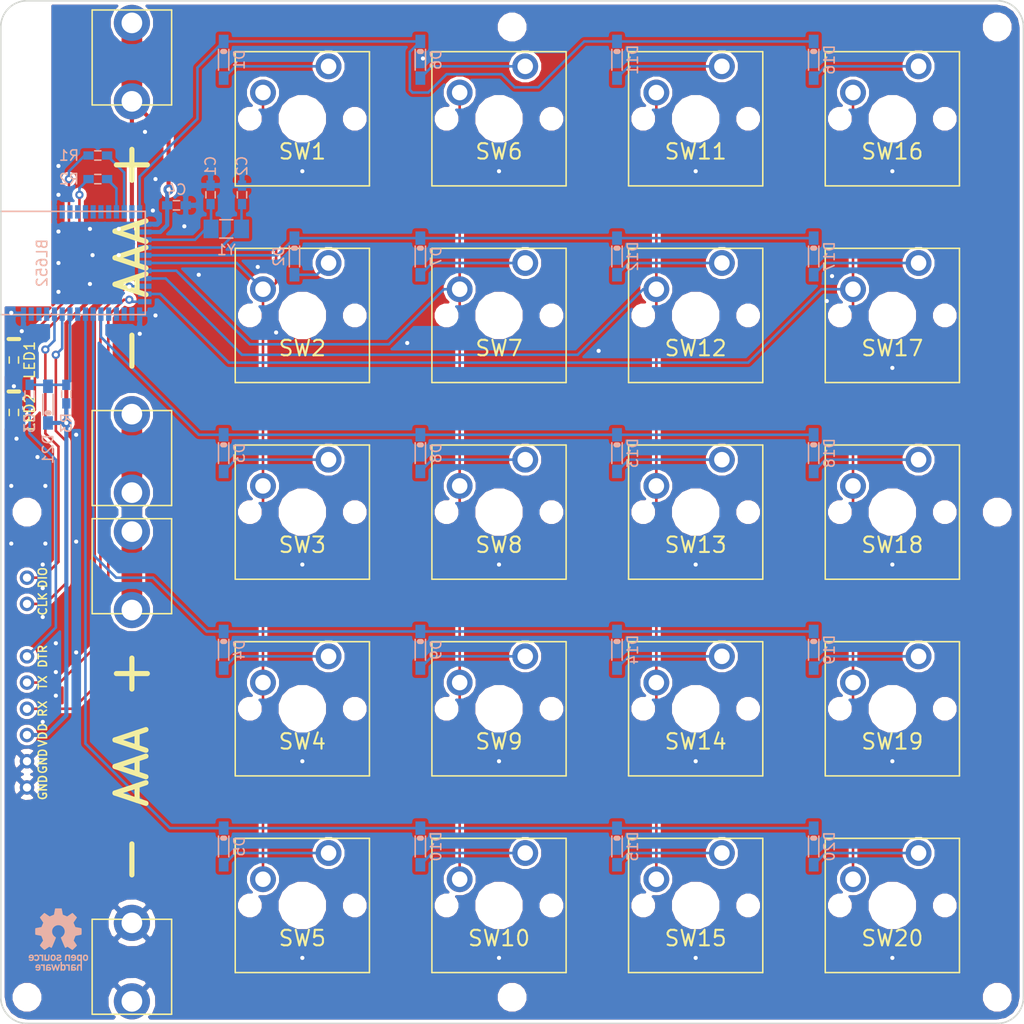
<source format=kicad_pcb>
(kicad_pcb (version 4) (host pcbnew 4.0.7)
  (layers (0 F.Cu signal hide) (31 B.Cu signal hide) (34 B.Paste user) (35 F.Paste user) (36 B.SilkS user) (37 F.SilkS user) (38 B.Mask user) (39 F.Mask user) (44 Edge.Cuts user))
  (net 0 "")
  (net 1 VDD)
  (net 2 "Net-(BT1-Pad2)")
  (net 3 GND)
  (net 4 "Net-(C1-Pad1)")
  (net 5 "Net-(C2-Pad1)")
  (net 6 RST)
  (net 7 DTR)
  (net 8 ROW0)
  (net 9 ROW1)
  (net 10 ROW2)
  (net 11 ROW3)
  (net 12 ROW4)
  (net 13 "Net-(LED1-Pad2)")
  (net 14 "Net-(LED2-Pad2)")
  (net 15 CLK)
  (net 16 DIO)
  (net 17 RX)
  (net 18 TX)
  (net 19 "Net-(R1-Pad2)")
  (net 20 "Net-(R2-Pad2)")
  (net 21 "Net-(D1-Pad2)")
  (net 22 "Net-(D2-Pad2)")
  (net 23 "Net-(D3-Pad2)")
  (net 24 "Net-(D4-Pad2)")
  (net 25 "Net-(D5-Pad2)")
  (net 26 "Net-(D6-Pad2)")
  (net 27 "Net-(D7-Pad2)")
  (net 28 "Net-(D8-Pad2)")
  (net 29 "Net-(D9-Pad2)")
  (net 30 "Net-(D10-Pad2)")
  (net 31 "Net-(D11-Pad2)")
  (net 32 "Net-(D12-Pad2)")
  (net 33 "Net-(D13-Pad2)")
  (net 34 "Net-(D14-Pad2)")
  (net 35 "Net-(D15-Pad2)")
  (net 36 "Net-(D16-Pad2)")
  (net 37 "Net-(D17-Pad2)")
  (net 38 "Net-(D18-Pad2)")
  (net 39 "Net-(D19-Pad2)")
  (net 40 "Net-(D20-Pad2)")
  (net 41 COL0)
  (net 42 COL1)
  (net 43 COL2)
  (net 44 COL3)
  (module .pretty:Via (layer F.Cu) (at 96.52 84.201)
    (fp_text reference REF** hide)
    (fp_text value Via hide)
    (pad 1 thru_hole circle (at 0 0) (size 0.8 0.8) (drill 0.4) (layers *.Cu) (net 3 GND))
  )
  (module .pretty:AAABatteryClip (layer F.Cu) (at 82.55 76.962)
    (fp_text reference BT1 hide)
    (fp_text value AAA (at 0 0 90) (layer F.SilkS) (effects (font (size 3 3) (thickness 0.5))))
    (pad 1 thru_hole circle (at 0 -22.75) (size 3.5 3.5) (drill 2) (layers *.Cu *.Mask) (net 1 VDD))
    (pad 1 thru_hole circle (at 0 -15.15) (size 3.5 3.5) (drill 2) (layers *.Cu *.Mask) (net 1 VDD))
    (pad 2 thru_hole circle (at 0 22.75) (size 3.5 3.5) (drill 2) (layers *.Cu *.Mask) (net 2 "Net-(BT1-Pad2)"))
    (pad 2 thru_hole circle (at 0 15.15) (size 3.5 3.5) (drill 2) (layers *.Cu *.Mask) (net 2 "Net-(BT1-Pad2)"))
  )
  (module .pretty:AAABatteryClip (layer F.Cu) (at 82.55 126.238)
    (fp_text reference BT2 hide)
    (fp_text value AAA (at 0 0 90) (layer F.SilkS) (effects (font (size 3 3) (thickness 0.5))))
    (pad 1 thru_hole circle (at 0 -22.75) (size 3.5 3.5) (drill 2) (layers *.Cu *.Mask) (net 2 "Net-(BT1-Pad2)"))
    (pad 1 thru_hole circle (at 0 -15.15) (size 3.5 3.5) (drill 2) (layers *.Cu *.Mask) (net 2 "Net-(BT1-Pad2)"))
    (pad 2 thru_hole circle (at 0 22.75) (size 3.5 3.5) (drill 2) (layers *.Cu *.Mask) (net 3 GND))
    (pad 2 thru_hole circle (at 0 15.15) (size 3.5 3.5) (drill 2) (layers *.Cu *.Mask) (net 3 GND))
  )
  (module .pretty:Via (layer F.Cu) (at 77.1525 94.107)
    (fp_text reference REF** hide)
    (fp_text value Via hide)
    (pad 1 thru_hole circle (at 0 0) (size 0.8 0.8) (drill 0.4) (layers *.Cu) (net 3 GND))
  )
  (module .pretty:Via (layer F.Cu) (at 77.1525 104.4575)
    (fp_text reference REF** hide)
    (fp_text value Via hide)
    (pad 1 thru_hole circle (at 0 0) (size 0.8 0.8) (drill 0.4) (layers *.Cu) (net 3 GND))
  )
  (module .pretty:Via (layer F.Cu) (at 77.1525 115.189)
    (fp_text reference REF** hide)
    (fp_text value Via hide)
    (pad 1 thru_hole circle (at 0 0) (size 0.8 0.8) (drill 0.4) (layers *.Cu) (net 3 GND))
  )
  (module .pretty:Via (layer F.Cu) (at 127.762 85.979)
    (fp_text reference REF** hide)
    (fp_text value Via hide)
    (pad 1 thru_hole circle (at 0 0) (size 0.8 0.8) (drill 0.4) (layers *.Cu) (net 3 GND))
  )
  (module .pretty:Via (layer F.Cu) (at 109.22 85.217)
    (fp_text reference REF** hide)
    (fp_text value Via hide)
    (pad 1 thru_hole circle (at 0 0) (size 0.8 0.8) (drill 0.4) (layers *.Cu) (net 3 GND))
  )
  (module .pretty:CherryMx (layer F.Cu) (at 99.06 82.55)
    (fp_text reference SW2 (at 0 3.175) (layer F.SilkS) (effects (font (size 1.5 1.5) (thickness 0.2))))
    (fp_text value SW_Push hide)
    (pad "" np_thru_hole circle (at 5.08 0) (size 1.71 1.71) (drill 1.71) (layers *.Cu *.Mask))
    (pad 2 thru_hole circle (at 2.54 -5.08) (size 2.5 2.5) (drill 1.5) (layers *.Cu *.Mask) (net 22 "Net-(D2-Pad2)"))
    (pad "" np_thru_hole circle (at 0 0) (size 4 4) (drill 4) (layers *.Cu *.Mask))
    (pad 1 thru_hole circle (at -3.81 -2.54) (size 2.5 2.5) (drill 1.5) (layers *.Cu *.Mask) (net 41 COL0))
    (pad "" np_thru_hole circle (at -5.08 0) (size 1.71 1.71) (drill 1.71) (layers *.Cu *.Mask))
  )
  (module .pretty:Via (layer F.Cu) (at 94.742 77.851)
    (fp_text reference REF** hide)
    (fp_text value Via hide)
    (pad 1 thru_hole circle (at 0 0) (size 0.8 0.8) (drill 0.4) (layers *.Cu) (net 3 GND))
  )
  (module .pretty:Via (layer F.Cu) (at 89.027 78.613)
    (fp_text reference REF** hide)
    (fp_text value Via hide)
    (pad 1 thru_hole circle (at 0 0) (size 0.8 0.8) (drill 0.4) (layers *.Cu) (net 3 GND))
  )
  (module .pretty:Via (layer F.Cu) (at 156.21 144.78)
    (fp_text reference REF** hide)
    (fp_text value Via hide)
    (pad 1 thru_hole circle (at 0 0) (size 0.8 0.8) (drill 0.4) (layers *.Cu) (net 3 GND))
  )
  (module .pretty:Via (layer F.Cu) (at 137.16 144.78)
    (fp_text reference REF** hide)
    (fp_text value Via hide)
    (pad 1 thru_hole circle (at 0 0) (size 0.8 0.8) (drill 0.4) (layers *.Cu) (net 3 GND))
  )
  (module .pretty:Via (layer F.Cu) (at 118.11 144.78)
    (fp_text reference REF** hide)
    (fp_text value Via hide)
    (pad 1 thru_hole circle (at 0 0) (size 0.8 0.8) (drill 0.4) (layers *.Cu) (net 3 GND))
  )
  (module .pretty:Via (layer F.Cu) (at 99.06 144.78)
    (fp_text reference REF** hide)
    (fp_text value Via hide)
    (pad 1 thru_hole circle (at 0 0) (size 0.8 0.8) (drill 0.4) (layers *.Cu) (net 3 GND))
  )
  (module .pretty:Via (layer F.Cu) (at 99.06 125.73)
    (fp_text reference REF** hide)
    (fp_text value Via hide)
    (pad 1 thru_hole circle (at 0 0) (size 0.8 0.8) (drill 0.4) (layers *.Cu) (net 3 GND))
  )
  (module .pretty:Via (layer F.Cu) (at 118.11 125.73)
    (fp_text reference REF** hide)
    (fp_text value Via hide)
    (pad 1 thru_hole circle (at 0 0) (size 0.8 0.8) (drill 0.4) (layers *.Cu) (net 3 GND))
  )
  (module .pretty:Via (layer F.Cu) (at 137.16 125.73)
    (fp_text reference REF** hide)
    (fp_text value Via hide)
    (pad 1 thru_hole circle (at 0 0) (size 0.8 0.8) (drill 0.4) (layers *.Cu) (net 3 GND))
  )
  (module .pretty:Via (layer F.Cu) (at 156.21 125.73)
    (fp_text reference REF** hide)
    (fp_text value Via hide)
    (pad 1 thru_hole circle (at 0 0) (size 0.8 0.8) (drill 0.4) (layers *.Cu) (net 3 GND))
  )
  (module .pretty:Via (layer F.Cu) (at 156.21 106.68)
    (fp_text reference REF** hide)
    (fp_text value Via hide)
    (pad 1 thru_hole circle (at 0 0) (size 0.8 0.8) (drill 0.4) (layers *.Cu) (net 3 GND))
  )
  (module .pretty:Via (layer F.Cu) (at 137.16 106.68)
    (fp_text reference REF** hide)
    (fp_text value Via hide)
    (pad 1 thru_hole circle (at 0 0) (size 0.8 0.8) (drill 0.4) (layers *.Cu) (net 3 GND))
  )
  (module .pretty:Via (layer F.Cu) (at 118.11 106.68)
    (fp_text reference REF** hide)
    (fp_text value Via hide)
    (pad 1 thru_hole circle (at 0 0) (size 0.8 0.8) (drill 0.4) (layers *.Cu) (net 3 GND))
  )
  (module .pretty:Via (layer F.Cu) (at 99.06 106.68)
    (fp_text reference REF** hide)
    (fp_text value Via hide)
    (pad 1 thru_hole circle (at 0 0) (size 0.8 0.8) (drill 0.4) (layers *.Cu) (net 3 GND))
  )
  (module .pretty:Via (layer F.Cu) (at 156.21 87.63)
    (fp_text reference REF** hide)
    (fp_text value Via hide)
    (pad 1 thru_hole circle (at 0 0) (size 0.8 0.8) (drill 0.4) (layers *.Cu) (net 3 GND))
  )
  (module .pretty:Via (layer F.Cu) (at 156.21 68.58)
    (fp_text reference REF** hide)
    (fp_text value Via hide)
    (pad 1 thru_hole circle (at 0 0) (size 0.8 0.8) (drill 0.4) (layers *.Cu) (net 3 GND))
  )
  (module .pretty:Via (layer F.Cu) (at 137.16 68.58)
    (fp_text reference REF** hide)
    (fp_text value Via hide)
    (pad 1 thru_hole circle (at 0 0) (size 0.8 0.8) (drill 0.4) (layers *.Cu) (net 3 GND))
  )
  (module .pretty:Via (layer F.Cu) (at 118.11 68.58)
    (fp_text reference REF** hide)
    (fp_text value Via hide)
    (pad 1 thru_hole circle (at 0 0) (size 0.8 0.8) (drill 0.4) (layers *.Cu) (net 3 GND))
  )
  (module .pretty:Via (layer F.Cu) (at 99.06 68.58)
    (fp_text reference REF** hide)
    (fp_text value Via hide)
    (pad 1 thru_hole circle (at 0 0) (size 0.8 0.8) (drill 0.4) (layers *.Cu) (net 3 GND))
  )
  (module .pretty:CherryMx (layer F.Cu) (at 99.06 63.5)
    (fp_text reference SW1 (at 0 3.175) (layer F.SilkS) (effects (font (size 1.5 1.5) (thickness 0.2))))
    (fp_text value SW_Push hide)
    (pad "" np_thru_hole circle (at 5.08 0) (size 1.71 1.71) (drill 1.71) (layers *.Cu *.Mask))
    (pad 2 thru_hole circle (at 2.54 -5.08) (size 2.5 2.5) (drill 1.5) (layers *.Cu *.Mask) (net 21 "Net-(D1-Pad2)"))
    (pad "" np_thru_hole circle (at 0 0) (size 4 4) (drill 4) (layers *.Cu *.Mask))
    (pad 1 thru_hole circle (at -3.81 -2.54) (size 2.5 2.5) (drill 1.5) (layers *.Cu *.Mask) (net 41 COL0))
    (pad "" np_thru_hole circle (at -5.08 0) (size 1.71 1.71) (drill 1.71) (layers *.Cu *.Mask))
  )
  (module .pretty:Via (layer F.Cu) (at 84.582 72.39)
    (fp_text reference REF** hide)
    (fp_text value Via hide)
    (pad 1 thru_hole circle (at 0 0) (size 0.8 0.8) (drill 0.4) (layers *.Cu) (net 3 GND))
  )
  (module .pretty:Via (layer F.Cu) (at 75.438 68.072)
    (fp_text reference REF** hide)
    (fp_text value Via hide)
    (pad 1 thru_hole circle (at 0 0) (size 0.8 0.8) (drill 0.4) (layers *.Cu) (net 3 GND))
  )
  (module .pretty:Via (layer F.Cu) (at 73.914 108.966)
    (fp_text reference REF** hide)
    (fp_text value Via hide)
    (pad 1 thru_hole circle (at 0 0) (size 0.8 0.8) (drill 0.4) (layers *.Cu) (net 3 GND))
  )
  (module .pretty:Via (layer F.Cu) (at 73.914 121.92)
    (fp_text reference REF** hide)
    (fp_text value Via hide)
    (pad 1 thru_hole circle (at 0 0) (size 0.8 0.8) (drill 0.4) (layers *.Cu) (net 3 GND))
  )
  (module .pretty:Via (layer F.Cu) (at 75.184 119.38)
    (fp_text reference REF** hide)
    (fp_text value Via hide)
    (pad 1 thru_hole circle (at 0 0) (size 0.8 0.8) (drill 0.4) (layers *.Cu) (net 3 GND))
  )
  (module .pretty:Via (layer F.Cu) (at 75.184 117.094)
    (fp_text reference REF** hide)
    (fp_text value Via hide)
    (pad 1 thru_hole circle (at 0 0) (size 0.8 0.8) (drill 0.4) (layers *.Cu) (net 3 GND))
  )
  (module .pretty:Via (layer F.Cu) (at 75.184 114.3)
    (fp_text reference REF** hide)
    (fp_text value Via hide)
    (pad 1 thru_hole circle (at 0 0) (size 0.8 0.8) (drill 0.4) (layers *.Cu) (net 3 GND))
  )
  (module .pretty:Via (layer F.Cu) (at 83.312 84.328)
    (fp_text reference REF** hide)
    (fp_text value Via hide)
    (pad 1 thru_hole circle (at 0 0) (size 0.8 0.8) (drill 0.4) (layers *.Cu) (net 3 GND))
  )
  (module .pretty:Via (layer F.Cu) (at 84.836 82.55)
    (fp_text reference REF** hide)
    (fp_text value Via hide)
    (pad 1 thru_hole circle (at 0 0) (size 0.8 0.8) (drill 0.4) (layers *.Cu) (net 3 GND))
  )
  (module .pretty:Via (layer F.Cu) (at 87.63 73.914)
    (fp_text reference REF** hide)
    (fp_text value Via hide)
    (pad 1 thru_hole circle (at 0 0) (size 0.8 0.8) (drill 0.4) (layers *.Cu) (net 3 GND))
  )
  (module .pretty:Via (layer F.Cu) (at 84.836 69.342)
    (fp_text reference REF** hide)
    (fp_text value Via hide)
    (pad 1 thru_hole circle (at 0 0) (size 0.8 0.8) (drill 0.4) (layers *.Cu) (net 3 GND))
  )
  (module .pretty:Via (layer F.Cu) (at 83.82 64.77)
    (fp_text reference REF** hide)
    (fp_text value Via hide)
    (pad 1 thru_hole circle (at 0 0) (size 0.8 0.8) (drill 0.4) (layers *.Cu) (net 3 GND))
  )
  (module .pretty:Via (layer F.Cu) (at 78.74 76.708)
    (fp_text reference REF** hide)
    (fp_text value Via hide)
    (pad 1 thru_hole circle (at 0 0) (size 0.8 0.8) (drill 0.4) (layers *.Cu) (net 3 GND))
  )
  (module .pretty:Via (layer F.Cu) (at 78.486 79.502)
    (fp_text reference REF** hide)
    (fp_text value Via hide)
    (pad 1 thru_hole circle (at 0 0) (size 0.8 0.8) (drill 0.4) (layers *.Cu) (net 3 GND))
  )
  (module .pretty:Via (layer F.Cu) (at 81.28 76.708)
    (fp_text reference REF** hide)
    (fp_text value Via hide)
    (pad 1 thru_hole circle (at 0 0) (size 0.8 0.8) (drill 0.4) (layers *.Cu) (net 3 GND))
  )
  (module .pretty:Via (layer F.Cu) (at 81.28 74.168)
    (fp_text reference REF** hide)
    (fp_text value Via hide)
    (pad 1 thru_hole circle (at 0 0) (size 0.8 0.8) (drill 0.4) (layers *.Cu) (net 3 GND))
  )
  (module .pretty:Via (layer F.Cu) (at 78.486 74.168)
    (fp_text reference REF** hide)
    (fp_text value Via hide)
    (pad 1 thru_hole circle (at 0 0) (size 0.8 0.8) (drill 0.4) (layers *.Cu) (net 3 GND))
  )
  (module .pretty:Via (layer F.Cu) (at 75.438 77.47)
    (fp_text reference REF** hide)
    (fp_text value Via hide)
    (pad 1 thru_hole circle (at 0 0) (size 0.8 0.8) (drill 0.4) (layers *.Cu) (net 3 GND))
  )
  (module .pretty:Via (layer F.Cu) (at 75.438 80.264)
    (fp_text reference REF** hide)
    (fp_text value Via hide)
    (pad 1 thru_hole circle (at 0 0) (size 0.8 0.8) (drill 0.4) (layers *.Cu) (net 3 GND))
  )
  (module .pretty:Via (layer F.Cu) (at 75.438 74.422)
    (fp_text reference REF** hide)
    (fp_text value Via hide)
    (pad 1 thru_hole circle (at 0 0) (size 0.8 0.8) (drill 0.4) (layers *.Cu) (net 3 GND))
  )
  (module .pretty:Via (layer F.Cu) (at 75.438 70.866)
    (fp_text reference REF** hide)
    (fp_text value Via hide)
    (pad 1 thru_hole circle (at 0 0) (size 0.8 0.8) (drill 0.4) (layers *.Cu) (net 3 GND))
  )
  (module .pretty:Via (layer F.Cu) (at 149.86 81.153)
    (fp_text reference REF** hide)
    (fp_text value Via hide)
    (pad 1 thru_hole circle (at 0 0) (size 0.8 0.8) (drill 0.4) (layers *.Cu) (net 3 GND))
  )
  (module .pretty:Via (layer F.Cu) (at 150.368 78.74)
    (fp_text reference REF** hide)
    (fp_text value Via hide)
    (pad 1 thru_hole circle (at 0 0) (size 0.8 0.8) (drill 0.4) (layers *.Cu) (net 3 GND))
  )
  (module .pretty:Via (layer F.Cu) (at 110.744 57.658)
    (fp_text reference REF** hide)
    (fp_text value Via hide)
    (pad 1 thru_hole circle (at 0 0) (size 0.8 0.8) (drill 0.4) (layers *.Cu) (net 3 GND))
  )
  (module .pretty:Via (layer F.Cu) (at 74.168 104.648)
    (fp_text reference REF** hide)
    (fp_text value Via hide)
    (pad 1 thru_hole circle (at 0 0) (size 0.8 0.8) (drill 0.4) (layers *.Cu) (net 3 GND))
  )
  (module .pretty:Via (layer F.Cu) (at 70.866 104.648)
    (fp_text reference REF** hide)
    (fp_text value Via hide)
    (pad 1 thru_hole circle (at 0 0) (size 0.8 0.8) (drill 0.4) (layers *.Cu) (net 3 GND))
  )
  (module .pretty:Via (layer F.Cu) (at 73.406 96.266)
    (fp_text reference REF** hide)
    (fp_text value Via hide)
    (pad 1 thru_hole circle (at 0 0) (size 0.8 0.8) (drill 0.4) (layers *.Cu) (net 3 GND))
  )
  (module .pretty:Via (layer F.Cu) (at 70.866 99.06)
    (fp_text reference REF** hide)
    (fp_text value Via hide)
    (pad 1 thru_hole circle (at 0 0) (size 0.8 0.8) (drill 0.4) (layers *.Cu) (net 3 GND))
  )
  (module .pretty:Via (layer F.Cu) (at 73.914 106.68)
    (fp_text reference REF** hide)
    (fp_text value Via hide)
    (pad 1 thru_hole circle (at 0 0) (size 0.8 0.8) (drill 0.4) (layers *.Cu) (net 3 GND))
  )
  (module .pretty:Via (layer F.Cu) (at 73.914 111.76)
    (fp_text reference REF** hide)
    (fp_text value Via hide)
    (pad 1 thru_hole circle (at 0 0) (size 0.8 0.8) (drill 0.4) (layers *.Cu) (net 3 GND))
  )
  (module .pretty:Via (layer F.Cu) (at 74.168 99.06)
    (fp_text reference REF** hide)
    (fp_text value Via hide)
    (pad 1 thru_hole circle (at 0 0) (size 0.8 0.8) (drill 0.4) (layers *.Cu) (net 3 GND))
  )
  (module .pretty:Via (layer F.Cu) (at 71.374 94.488)
    (fp_text reference REF** hide)
    (fp_text value Via hide)
    (pad 1 thru_hole circle (at 0 0) (size 0.8 0.8) (drill 0.4) (layers *.Cu) (net 3 GND))
  )
  (module .pretty:Via (layer F.Cu) (at 71.12 89.408)
    (fp_text reference REF** hide)
    (fp_text value Via hide)
    (pad 1 thru_hole circle (at 0 0) (size 0.8 0.8) (drill 0.4) (layers *.Cu) (net 3 GND))
  )
  (module .pretty:Via (layer F.Cu) (at 71.882 84.074)
    (fp_text reference REF** hide)
    (fp_text value Via hide)
    (pad 1 thru_hole circle (at 0 0) (size 0.8 0.8) (drill 0.4) (layers *.Cu) (net 3 GND))
  )
  (module Mounting_Holes:MountingHole_2.2mm_M2 (layer F.Cu) (at 119.38 148.59)
    (fp_text reference Hole5 hide)
    (fp_text value MountingHole_2.2mm_M2)
    (pad 1 np_thru_hole circle (at 0 0) (size 2.2 2.2) (drill 2.2) (layers *.Cu *.Mask))
  )
  (module Mounting_Holes:MountingHole_2.2mm_M2 (layer F.Cu) (at 119.38 54.61)
    (fp_text reference Hole4 hide)
    (fp_text value MountingHole_2.2mm_M2)
    (pad 1 np_thru_hole circle (at 0 0) (size 2.2 2.2) (drill 2.2) (layers *.Cu *.Mask))
  )
  (module Mounting_Holes:MountingHole_2.2mm_M2 (layer F.Cu) (at 72.39 101.6)
    (fp_text reference Hole7 hide)
    (fp_text value MountingHole_2.2mm_M2)
    (pad 1 np_thru_hole circle (at 0 0) (size 2.2 2.2) (drill 2.2) (layers *.Cu *.Mask))
  )
  (module Mounting_Holes:MountingHole_2.2mm_M2 (layer F.Cu) (at 166.37 101.6)
    (fp_text reference Hole2 hide)
    (fp_text value MountingHole_2.2mm_M2)
    (pad 1 np_thru_hole circle (at 0 0) (size 2.2 2.2) (drill 2.2) (layers *.Cu *.Mask))
  )
  (module Mounting_Holes:MountingHole_2.2mm_M2 (layer F.Cu) (at 166.37 54.61)
    (fp_text reference Hole1 hide)
    (fp_text value MountingHole_2.2mm_M2)
    (pad 1 np_thru_hole circle (at 0 0) (size 2.2 2.2) (drill 2.2) (layers *.Cu *.Mask))
  )
  (module .pretty:1608 (layer B.Cu) (at 90.17 70.866 90)
    (fp_text reference C1 (at 2.794 0 90) (layer B.SilkS) (effects (justify mirror)))
    (fp_text value 12pF)
    (pad 1 smd rect (at -0.9 0 90) (size 1 0.8) (layers B.Cu B.Paste B.Mask) (net 4 "Net-(C1-Pad1)"))
    (pad 2 smd rect (at 0.9 0 90) (size 1 0.8) (layers B.Cu B.Paste B.Mask) (net 3 GND))
  )
  (module .pretty:1608 (layer B.Cu) (at 93.218 70.866 90)
    (fp_text reference C2 (at 2.794 0 90) (layer B.SilkS) (effects (justify mirror)))
    (fp_text value 12pF)
    (pad 1 smd rect (at -0.9 0 90) (size 1 0.8) (layers B.Cu B.Paste B.Mask) (net 5 "Net-(C2-Pad1)"))
    (pad 2 smd rect (at 0.9 0 90) (size 1 0.8) (layers B.Cu B.Paste B.Mask) (net 3 GND))
  )
  (module .pretty:1608 (layer B.Cu) (at 72.644 90.17 270)
    (fp_text reference C3 (at 2.794 0 270) (layer B.SilkS) (effects (justify mirror)))
    (fp_text value 0.1uF)
    (pad 1 smd rect (at -0.9 0 270) (size 1 0.8) (layers B.Cu B.Paste B.Mask) (net 6 RST))
    (pad 2 smd rect (at 0.9 0 270) (size 1 0.8) (layers B.Cu B.Paste B.Mask) (net 7 DTR))
  )
  (module .pretty:1608 (layer B.Cu) (at 86.868 71.882)
    (fp_text reference C4 (at 0 -1.524) (layer B.SilkS) (effects (justify mirror)))
    (fp_text value 0.1uF)
    (pad 1 smd rect (at -0.9 0) (size 1 0.8) (layers B.Cu B.Paste B.Mask) (net 1 VDD))
    (pad 2 smd rect (at 0.9 0) (size 1 0.8) (layers B.Cu B.Paste B.Mask) (net 3 GND))
  )
  (module .pretty:1608 (layer F.Cu) (at 71.12 86.868 270)
    (fp_text reference LED1 (at 0 -1.524 270) (layer F.SilkS))
    (fp_text value RED)
    (pad 1 smd rect (at -0.9 0 270) (size 1 0.8) (layers F.Cu F.Paste F.Mask) (net 3 GND))
    (pad 2 smd rect (at 0.9 0 270) (size 1 0.8) (layers F.Cu F.Paste F.Mask) (net 13 "Net-(LED1-Pad2)"))
  )
  (module .pretty:1608 (layer F.Cu) (at 71.12 91.948 270)
    (fp_text reference LED2 (at 0 -1.524 270) (layer F.SilkS))
    (fp_text value "YELLOW GREEN")
    (pad 1 smd rect (at -0.9 0 270) (size 1 0.8) (layers F.Cu F.Paste F.Mask) (net 3 GND))
    (pad 2 smd rect (at 0.9 0 270) (size 1 0.8) (layers F.Cu F.Paste F.Mask) (net 14 "Net-(LED2-Pad2)"))
  )
  (module .pretty:Wirepad (layer F.Cu) (at 72.39 110.49 270)
    (fp_text reference PCLK1 hide)
    (fp_text value CLK (at 0 -1.524 270) (layer F.SilkS) (effects (font (size 0.8 0.8))))
    (pad 1 thru_hole circle (at 0 0 270) (size 1.4 1.4) (drill 0.8) (layers *.Cu *.Mask) (net 15 CLK))
  )
  (module .pretty:Wirepad (layer F.Cu) (at 72.39 107.95 270)
    (fp_text reference PDIO1 hide)
    (fp_text value DIO (at 0 -1.524 270) (layer F.SilkS) (effects (font (size 0.8 0.8))))
    (pad 1 thru_hole circle (at 0 0 270) (size 1.4 1.4) (drill 0.8) (layers *.Cu *.Mask) (net 16 DIO))
  )
  (module .pretty:Wirepad (layer F.Cu) (at 72.39 115.57 270)
    (fp_text reference PDTR1 hide)
    (fp_text value DTR (at 0 -1.524 270) (layer F.SilkS) (effects (font (size 0.8 0.8))))
    (pad 1 thru_hole circle (at 0 0 270) (size 1.4 1.4) (drill 0.8) (layers *.Cu *.Mask) (net 7 DTR))
  )
  (module .pretty:Wirepad (layer F.Cu) (at 72.39 125.73 270)
    (fp_text reference PGND1 hide)
    (fp_text value GND (at 0 -1.524 270) (layer F.SilkS) (effects (font (size 0.8 0.8))))
    (pad 1 thru_hole circle (at 0 0 270) (size 1.4 1.4) (drill 0.8) (layers *.Cu *.Mask) (net 3 GND))
  )
  (module .pretty:Wirepad (layer F.Cu) (at 72.39 128.27 270)
    (fp_text reference PGND2 hide)
    (fp_text value GND (at 0 -1.524 270) (layer F.SilkS) (effects (font (size 0.8 0.8))))
    (pad 1 thru_hole circle (at 0 0 270) (size 1.4 1.4) (drill 0.8) (layers *.Cu *.Mask) (net 3 GND))
  )
  (module .pretty:Wirepad (layer F.Cu) (at 72.39 120.65 270)
    (fp_text reference PRX1 hide)
    (fp_text value RX (at 0 -1.524 270) (layer F.SilkS) (effects (font (size 0.8 0.8))))
    (pad 1 thru_hole circle (at 0 0 270) (size 1.4 1.4) (drill 0.8) (layers *.Cu *.Mask) (net 17 RX))
  )
  (module .pretty:Wirepad (layer F.Cu) (at 72.39 118.11 270)
    (fp_text reference PTX1 hide)
    (fp_text value TX (at 0 -1.524 270) (layer F.SilkS) (effects (font (size 0.8 0.8))))
    (pad 1 thru_hole circle (at 0 0 270) (size 1.4 1.4) (drill 0.8) (layers *.Cu *.Mask) (net 18 TX))
  )
  (module .pretty:Wirepad (layer F.Cu) (at 72.39 123.19 270)
    (fp_text reference PVDD1 hide)
    (fp_text value VDD (at 0 -1.524 270) (layer F.SilkS) (effects (font (size 0.8 0.8))))
    (pad 1 thru_hole circle (at 0 0 270) (size 1.4 1.4) (drill 0.8) (layers *.Cu *.Mask) (net 1 VDD))
  )
  (module .pretty:1608 (layer B.Cu) (at 79.248 67.056)
    (fp_text reference R1 (at -2.794 0) (layer B.SilkS) (effects (justify mirror)))
    (fp_text value 1K)
    (pad 1 smd rect (at -0.9 0) (size 1 0.8) (layers B.Cu B.Paste B.Mask) (net 13 "Net-(LED1-Pad2)"))
    (pad 2 smd rect (at 0.9 0) (size 1 0.8) (layers B.Cu B.Paste B.Mask) (net 19 "Net-(R1-Pad2)"))
  )
  (module .pretty:1608 (layer B.Cu) (at 79.248 69.342)
    (fp_text reference R2 (at -2.794 0) (layer B.SilkS) (effects (justify mirror)))
    (fp_text value 330)
    (pad 1 smd rect (at -0.9 0) (size 1 0.8) (layers B.Cu B.Paste B.Mask) (net 14 "Net-(LED2-Pad2)"))
    (pad 2 smd rect (at 0.9 0) (size 1 0.8) (layers B.Cu B.Paste B.Mask) (net 20 "Net-(R2-Pad2)"))
  )
  (module .pretty:1608 (layer B.Cu) (at 76.2 90.17 90)
    (fp_text reference R3 (at -2.794 0 90) (layer B.SilkS) (effects (justify mirror)))
    (fp_text value 10K)
    (pad 1 smd rect (at -0.9 0 90) (size 1 0.8) (layers B.Cu B.Paste B.Mask) (net 1 VDD))
    (pad 2 smd rect (at 0.9 0 90) (size 1 0.8) (layers B.Cu B.Paste B.Mask) (net 6 RST))
  )
  (module .pretty:BL652 (layer B.Cu) (at 69.85 77.47 270)
    (fp_text reference U1 hide)
    (fp_text value BL652 (at 0 -4 270) (layer B.SilkS) (effects (justify mirror)))
    (pad 17 smd rect (at 3.75 -13.95 270) (size 0.5 1.3) (layers B.Cu B.Paste B.Mask) (net 17 RX))
    (pad 18 smd rect (at 3 -13.95 270) (size 0.5 1.3) (layers B.Cu B.Paste B.Mask) (net 44 COL3))
    (pad 19 smd rect (at 2.25 -13.95 270) (size 0.5 1.3) (layers B.Cu B.Paste B.Mask) (net 18 TX))
    (pad 20 smd rect (at 1.5 -13.95 270) (size 0.5 1.3) (layers B.Cu B.Paste B.Mask) (net 43 COL2))
    (pad 21 smd rect (at 0.75 -13.95 270) (size 0.5 1.3) (layers B.Cu B.Paste B.Mask) (net 42 COL1))
    (pad 22 smd rect (at 0 -13.95 270) (size 0.5 1.3) (layers B.Cu B.Paste B.Mask) (net 41 COL0))
    (pad 23 smd rect (at -0.75 -13.95 270) (size 0.5 1.3) (layers B.Cu B.Paste B.Mask) (net 9 ROW1))
    (pad 24 smd rect (at -1.5 -13.95 270) (size 0.5 1.3) (layers B.Cu B.Paste B.Mask) (net 5 "Net-(C2-Pad1)"))
    (pad 25 smd rect (at -2.25 -13.95 270) (size 0.5 1.3) (layers B.Cu B.Paste B.Mask) (net 4 "Net-(C1-Pad1)"))
    (pad 26 smd rect (at -3 -13.95 270) (size 0.5 1.3) (layers B.Cu B.Paste B.Mask) (net 1 VDD))
    (pad 27 smd rect (at -3.75 -13.95 270) (size 0.5 1.3) (layers B.Cu B.Paste B.Mask) (net 3 GND))
    (pad 28 smd rect (at -4.95 -13.45 270) (size 1.3 0.5) (layers B.Cu B.Paste B.Mask) (net 8 ROW0))
    (pad 29 smd rect (at -4.95 -12.7 270) (size 1.3 0.5) (layers B.Cu B.Paste B.Mask))
    (pad 30 smd rect (at -4.95 -11.95 270) (size 1.3 0.5) (layers B.Cu B.Paste B.Mask) (net 19 "Net-(R1-Pad2)"))
    (pad 31 smd rect (at -4.95 -11.2 270) (size 1.3 0.5) (layers B.Cu B.Paste B.Mask) (net 20 "Net-(R2-Pad2)"))
    (pad 32 smd rect (at -4.95 -10.45 270) (size 1.3 0.5) (layers B.Cu B.Paste B.Mask))
    (pad 33 smd rect (at -4.95 -9.7 270) (size 1.3 0.5) (layers B.Cu B.Paste B.Mask))
    (pad 34 smd rect (at -4.95 -8.95 270) (size 1.3 0.5) (layers B.Cu B.Paste B.Mask))
    (pad 35 smd rect (at -4.95 -8.2 270) (size 1.3 0.5) (layers B.Cu B.Paste B.Mask))
    (pad 36 smd rect (at -4.95 -7.45 270) (size 1.3 0.5) (layers B.Cu B.Paste B.Mask))
    (pad 37 smd rect (at -4.95 -6.7 270) (size 1.3 0.5) (layers B.Cu B.Paste B.Mask))
    (pad 38 smd rect (at -4.95 -5.95 270) (size 1.3 0.5) (layers B.Cu B.Paste B.Mask))
    (pad 39 smd rect (at -4.95 -5.2 270) (size 1.3 0.5) (layers B.Cu B.Paste B.Mask) (net 3 GND))
    (pad 16 smd rect (at 4.95 -13.45 270) (size 1.3 0.5) (layers B.Cu B.Paste B.Mask) (net 3 GND))
    (pad 15 smd rect (at 4.95 -12.7 270) (size 1.3 0.5) (layers B.Cu B.Paste B.Mask))
    (pad 14 smd rect (at 4.95 -11.95 270) (size 1.3 0.5) (layers B.Cu B.Paste B.Mask))
    (pad 13 smd rect (at 4.95 -11.2 270) (size 1.3 0.5) (layers B.Cu B.Paste B.Mask))
    (pad 12 smd rect (at 4.95 -10.45 270) (size 1.3 0.5) (layers B.Cu B.Paste B.Mask))
    (pad 11 smd rect (at 4.95 -9.7 270) (size 1.3 0.5) (layers B.Cu B.Paste B.Mask) (net 10 ROW2))
    (pad 10 smd rect (at 4.95 -8.95 270) (size 1.3 0.5) (layers B.Cu B.Paste B.Mask) (net 11 ROW3))
    (pad 9 smd rect (at 4.95 -8.2 270) (size 1.3 0.5) (layers B.Cu B.Paste B.Mask) (net 12 ROW4))
    (pad 8 smd rect (at 4.95 -7.45 270) (size 1.3 0.5) (layers B.Cu B.Paste B.Mask))
    (pad 7 smd rect (at 4.95 -6.7 270) (size 1.3 0.5) (layers B.Cu B.Paste B.Mask) (net 6 RST))
    (pad 6 smd rect (at 4.95 -5.95 270) (size 1.3 0.5) (layers B.Cu B.Paste B.Mask) (net 15 CLK))
    (pad 5 smd rect (at 4.95 -5.2 270) (size 1.3 0.5) (layers B.Cu B.Paste B.Mask) (net 16 DIO))
    (pad 4 smd rect (at 4.95 -4.45 270) (size 1.3 0.5) (layers B.Cu B.Paste B.Mask))
    (pad 3 smd rect (at 4.95 -3.7 270) (size 1.3 0.5) (layers B.Cu B.Paste B.Mask))
    (pad 1 smd rect (at 4.95 -2.2 270) (size 1.3 0.5) (layers B.Cu B.Paste B.Mask) (net 3 GND))
    (pad 2 smd rect (at 4.95 -2.95 270) (size 1.3 0.5) (layers B.Cu B.Paste B.Mask))
  )
  (module .pretty:FC-135 (layer B.Cu) (at 91.694 74.168 180)
    (fp_text reference Y1 (at 0 -2.032 180) (layer B.SilkS) (effects (justify mirror)))
    (fp_text value 32.768kHz)
    (pad 1 smd rect (at 1.475 0 180) (size 1.45 1.8) (layers B.Cu B.Paste B.Mask) (net 4 "Net-(C1-Pad1)"))
    (pad 2 smd rect (at -1.475 0 180) (size 1.45 1.8) (layers B.Cu B.Paste B.Mask) (net 5 "Net-(C2-Pad1)"))
  )
  (module Mounting_Holes:MountingHole_2.2mm_M2 (layer F.Cu) (at 166.37 148.59)
    (fp_text reference Hole3 hide)
    (fp_text value MountingHole_2.2mm_M2)
    (pad 1 np_thru_hole circle (at 0 0) (size 2.2 2.2) (drill 2.2) (layers *.Cu *.Mask))
  )
  (module Mounting_Holes:MountingHole_2.2mm_M2 (layer F.Cu) (at 72.39 54.61)
    (fp_text reference Hole6 hide)
    (fp_text value MountingHole_2.2mm_M2)
    (pad 1 np_thru_hole circle (at 0 0) (size 2.2 2.2) (drill 2.2) (layers *.Cu *.Mask))
  )
  (module Mounting_Holes:MountingHole_2.2mm_M2 (layer F.Cu) (at 72.39 148.59)
    (fp_text reference Hole8 hide)
    (fp_text value MountingHole_2.2mm_M2)
    (pad 1 np_thru_hole circle (at 0 0) (size 2.2 2.2) (drill 2.2) (layers *.Cu *.Mask))
  )
  (module .pretty:Diode (layer B.Cu) (at 74.422 91.186 90)
    (fp_text reference D21 (at -4.318 0 90) (layer B.SilkS) (effects (justify mirror)))
    (fp_text value D)
    (pad 1 smd rect (at -1.775 0 90) (size 1.3 0.95) (layers B.Cu B.Paste B.Mask) (net 1 VDD))
    (pad 2 smd rect (at 1.775 0 90) (size 1.3 0.95) (layers B.Cu B.Paste B.Mask) (net 6 RST))
  )
  (module .pretty:Diode (layer B.Cu) (at 148.59 133.985 270)
    (fp_text reference D20 (at 0 -1.524 270) (layer B.SilkS) (effects (justify mirror)))
    (fp_text value D)
    (pad 1 smd rect (at -1.775 0 270) (size 1.3 0.95) (layers B.Cu B.Paste B.Mask) (net 12 ROW4))
    (pad 2 smd rect (at 1.775 0 270) (size 1.3 0.95) (layers B.Cu B.Paste B.Mask) (net 40 "Net-(D20-Pad2)"))
  )
  (module .pretty:Diode (layer B.Cu) (at 148.59 114.935 270)
    (fp_text reference D19 (at 0 -1.524 270) (layer B.SilkS) (effects (justify mirror)))
    (fp_text value D)
    (pad 1 smd rect (at -1.775 0 270) (size 1.3 0.95) (layers B.Cu B.Paste B.Mask) (net 11 ROW3))
    (pad 2 smd rect (at 1.775 0 270) (size 1.3 0.95) (layers B.Cu B.Paste B.Mask) (net 39 "Net-(D19-Pad2)"))
  )
  (module .pretty:Diode (layer B.Cu) (at 148.59 95.885 270)
    (fp_text reference D18 (at 0 -1.524 270) (layer B.SilkS) (effects (justify mirror)))
    (fp_text value D)
    (pad 1 smd rect (at -1.775 0 270) (size 1.3 0.95) (layers B.Cu B.Paste B.Mask) (net 10 ROW2))
    (pad 2 smd rect (at 1.775 0 270) (size 1.3 0.95) (layers B.Cu B.Paste B.Mask) (net 38 "Net-(D18-Pad2)"))
  )
  (module .pretty:Diode (layer B.Cu) (at 148.59 76.835 270)
    (fp_text reference D17 (at 0 -1.524 270) (layer B.SilkS) (effects (justify mirror)))
    (fp_text value D)
    (pad 1 smd rect (at -1.775 0 270) (size 1.3 0.95) (layers B.Cu B.Paste B.Mask) (net 9 ROW1))
    (pad 2 smd rect (at 1.775 0 270) (size 1.3 0.95) (layers B.Cu B.Paste B.Mask) (net 37 "Net-(D17-Pad2)"))
  )
  (module .pretty:Diode (layer B.Cu) (at 148.59 57.785 270)
    (fp_text reference D16 (at 0 -1.524 270) (layer B.SilkS) (effects (justify mirror)))
    (fp_text value D)
    (pad 1 smd rect (at -1.775 0 270) (size 1.3 0.95) (layers B.Cu B.Paste B.Mask) (net 8 ROW0))
    (pad 2 smd rect (at 1.775 0 270) (size 1.3 0.95) (layers B.Cu B.Paste B.Mask) (net 36 "Net-(D16-Pad2)"))
  )
  (module .pretty:Diode (layer B.Cu) (at 129.54 133.985 270)
    (fp_text reference D15 (at 0 -1.524 270) (layer B.SilkS) (effects (justify mirror)))
    (fp_text value D)
    (pad 1 smd rect (at -1.775 0 270) (size 1.3 0.95) (layers B.Cu B.Paste B.Mask) (net 12 ROW4))
    (pad 2 smd rect (at 1.775 0 270) (size 1.3 0.95) (layers B.Cu B.Paste B.Mask) (net 35 "Net-(D15-Pad2)"))
  )
  (module .pretty:Diode (layer B.Cu) (at 129.54 114.935 270)
    (fp_text reference D14 (at 0 -1.524 270) (layer B.SilkS) (effects (justify mirror)))
    (fp_text value D)
    (pad 1 smd rect (at -1.775 0 270) (size 1.3 0.95) (layers B.Cu B.Paste B.Mask) (net 11 ROW3))
    (pad 2 smd rect (at 1.775 0 270) (size 1.3 0.95) (layers B.Cu B.Paste B.Mask) (net 34 "Net-(D14-Pad2)"))
  )
  (module .pretty:Diode (layer B.Cu) (at 129.54 95.885 270)
    (fp_text reference D13 (at 0 -1.524 270) (layer B.SilkS) (effects (justify mirror)))
    (fp_text value D)
    (pad 1 smd rect (at -1.775 0 270) (size 1.3 0.95) (layers B.Cu B.Paste B.Mask) (net 10 ROW2))
    (pad 2 smd rect (at 1.775 0 270) (size 1.3 0.95) (layers B.Cu B.Paste B.Mask) (net 33 "Net-(D13-Pad2)"))
  )
  (module .pretty:Diode (layer B.Cu) (at 129.54 76.835 270)
    (fp_text reference D12 (at 0 -1.524 270) (layer B.SilkS) (effects (justify mirror)))
    (fp_text value D)
    (pad 1 smd rect (at -1.775 0 270) (size 1.3 0.95) (layers B.Cu B.Paste B.Mask) (net 9 ROW1))
    (pad 2 smd rect (at 1.775 0 270) (size 1.3 0.95) (layers B.Cu B.Paste B.Mask) (net 32 "Net-(D12-Pad2)"))
  )
  (module .pretty:Diode (layer B.Cu) (at 129.54 57.785 270)
    (fp_text reference D11 (at 0 -1.524 270) (layer B.SilkS) (effects (justify mirror)))
    (fp_text value D)
    (pad 1 smd rect (at -1.775 0 270) (size 1.3 0.95) (layers B.Cu B.Paste B.Mask) (net 8 ROW0))
    (pad 2 smd rect (at 1.775 0 270) (size 1.3 0.95) (layers B.Cu B.Paste B.Mask) (net 31 "Net-(D11-Pad2)"))
  )
  (module .pretty:Diode (layer B.Cu) (at 110.49 133.985 270)
    (fp_text reference D10 (at 0 -1.524 270) (layer B.SilkS) (effects (justify mirror)))
    (fp_text value D)
    (pad 1 smd rect (at -1.775 0 270) (size 1.3 0.95) (layers B.Cu B.Paste B.Mask) (net 12 ROW4))
    (pad 2 smd rect (at 1.775 0 270) (size 1.3 0.95) (layers B.Cu B.Paste B.Mask) (net 30 "Net-(D10-Pad2)"))
  )
  (module .pretty:Diode (layer B.Cu) (at 110.49 114.935 270)
    (fp_text reference D9 (at 0 -1.524 270) (layer B.SilkS) (effects (justify mirror)))
    (fp_text value D)
    (pad 1 smd rect (at -1.775 0 270) (size 1.3 0.95) (layers B.Cu B.Paste B.Mask) (net 11 ROW3))
    (pad 2 smd rect (at 1.775 0 270) (size 1.3 0.95) (layers B.Cu B.Paste B.Mask) (net 29 "Net-(D9-Pad2)"))
  )
  (module .pretty:Diode (layer B.Cu) (at 110.49 95.885 270)
    (fp_text reference D8 (at 0 -1.524 270) (layer B.SilkS) (effects (justify mirror)))
    (fp_text value D)
    (pad 1 smd rect (at -1.775 0 270) (size 1.3 0.95) (layers B.Cu B.Paste B.Mask) (net 10 ROW2))
    (pad 2 smd rect (at 1.775 0 270) (size 1.3 0.95) (layers B.Cu B.Paste B.Mask) (net 28 "Net-(D8-Pad2)"))
  )
  (module .pretty:Diode (layer B.Cu) (at 110.49 76.835 270)
    (fp_text reference D7 (at 0 -1.524 270) (layer B.SilkS) (effects (justify mirror)))
    (fp_text value D)
    (pad 1 smd rect (at -1.775 0 270) (size 1.3 0.95) (layers B.Cu B.Paste B.Mask) (net 9 ROW1))
    (pad 2 smd rect (at 1.775 0 270) (size 1.3 0.95) (layers B.Cu B.Paste B.Mask) (net 27 "Net-(D7-Pad2)"))
  )
  (module .pretty:Diode (layer B.Cu) (at 110.49 57.785 270)
    (fp_text reference D6 (at 0 -1.524 270) (layer B.SilkS) (effects (justify mirror)))
    (fp_text value D)
    (pad 1 smd rect (at -1.775 0 270) (size 1.3 0.95) (layers B.Cu B.Paste B.Mask) (net 8 ROW0))
    (pad 2 smd rect (at 1.775 0 270) (size 1.3 0.95) (layers B.Cu B.Paste B.Mask) (net 26 "Net-(D6-Pad2)"))
  )
  (module .pretty:Diode (layer B.Cu) (at 91.44 133.985 270)
    (fp_text reference D5 (at 0 -1.524 270) (layer B.SilkS) (effects (justify mirror)))
    (fp_text value D)
    (pad 1 smd rect (at -1.775 0 270) (size 1.3 0.95) (layers B.Cu B.Paste B.Mask) (net 12 ROW4))
    (pad 2 smd rect (at 1.775 0 270) (size 1.3 0.95) (layers B.Cu B.Paste B.Mask) (net 25 "Net-(D5-Pad2)"))
  )
  (module .pretty:Diode (layer B.Cu) (at 91.44 114.935 270)
    (fp_text reference D4 (at 0 -1.524 270) (layer B.SilkS) (effects (justify mirror)))
    (fp_text value D)
    (pad 1 smd rect (at -1.775 0 270) (size 1.3 0.95) (layers B.Cu B.Paste B.Mask) (net 11 ROW3))
    (pad 2 smd rect (at 1.775 0 270) (size 1.3 0.95) (layers B.Cu B.Paste B.Mask) (net 24 "Net-(D4-Pad2)"))
  )
  (module .pretty:Diode (layer B.Cu) (at 91.44 95.885 270)
    (fp_text reference D3 (at 0 -1.524 270) (layer B.SilkS) (effects (justify mirror)))
    (fp_text value D)
    (pad 1 smd rect (at -1.775 0 270) (size 1.3 0.95) (layers B.Cu B.Paste B.Mask) (net 10 ROW2))
    (pad 2 smd rect (at 1.775 0 270) (size 1.3 0.95) (layers B.Cu B.Paste B.Mask) (net 23 "Net-(D3-Pad2)"))
  )
  (module .pretty:Diode (layer B.Cu) (at 98.298 76.835 270)
    (fp_text reference D2 (at 0 1.524 270) (layer B.SilkS) (effects (justify mirror)))
    (fp_text value D)
    (pad 1 smd rect (at -1.775 0 270) (size 1.3 0.95) (layers B.Cu B.Paste B.Mask) (net 9 ROW1))
    (pad 2 smd rect (at 1.775 0 270) (size 1.3 0.95) (layers B.Cu B.Paste B.Mask) (net 22 "Net-(D2-Pad2)"))
  )
  (module .pretty:Diode (layer B.Cu) (at 91.44 57.785 270)
    (fp_text reference D1 (at 0 -1.524 270) (layer B.SilkS) (effects (justify mirror)))
    (fp_text value D)
    (pad 1 smd rect (at -1.775 0 270) (size 1.3 0.95) (layers B.Cu B.Paste B.Mask) (net 8 ROW0))
    (pad 2 smd rect (at 1.775 0 270) (size 1.3 0.95) (layers B.Cu B.Paste B.Mask) (net 21 "Net-(D1-Pad2)"))
  )
  (module .pretty:CherryMx (layer F.Cu) (at 156.21 139.7)
    (fp_text reference SW20 (at 0 3.175) (layer F.SilkS) (effects (font (size 1.5 1.5) (thickness 0.2))))
    (fp_text value SW_Push hide)
    (pad "" np_thru_hole circle (at 5.08 0) (size 1.71 1.71) (drill 1.71) (layers *.Cu *.Mask))
    (pad 2 thru_hole circle (at 2.54 -5.08) (size 2.5 2.5) (drill 1.5) (layers *.Cu *.Mask) (net 40 "Net-(D20-Pad2)"))
    (pad "" np_thru_hole circle (at 0 0) (size 4 4) (drill 4) (layers *.Cu *.Mask))
    (pad 1 thru_hole circle (at -3.81 -2.54) (size 2.5 2.5) (drill 1.5) (layers *.Cu *.Mask) (net 44 COL3))
    (pad "" np_thru_hole circle (at -5.08 0) (size 1.71 1.71) (drill 1.71) (layers *.Cu *.Mask))
  )
  (module .pretty:CherryMx (layer F.Cu) (at 156.21 120.65)
    (fp_text reference SW19 (at 0 3.175) (layer F.SilkS) (effects (font (size 1.5 1.5) (thickness 0.2))))
    (fp_text value SW_Push hide)
    (pad "" np_thru_hole circle (at 5.08 0) (size 1.71 1.71) (drill 1.71) (layers *.Cu *.Mask))
    (pad 2 thru_hole circle (at 2.54 -5.08) (size 2.5 2.5) (drill 1.5) (layers *.Cu *.Mask) (net 39 "Net-(D19-Pad2)"))
    (pad "" np_thru_hole circle (at 0 0) (size 4 4) (drill 4) (layers *.Cu *.Mask))
    (pad 1 thru_hole circle (at -3.81 -2.54) (size 2.5 2.5) (drill 1.5) (layers *.Cu *.Mask) (net 44 COL3))
    (pad "" np_thru_hole circle (at -5.08 0) (size 1.71 1.71) (drill 1.71) (layers *.Cu *.Mask))
  )
  (module .pretty:CherryMx (layer F.Cu) (at 156.21 101.6)
    (fp_text reference SW18 (at 0 3.175) (layer F.SilkS) (effects (font (size 1.5 1.5) (thickness 0.2))))
    (fp_text value SW_Push hide)
    (pad "" np_thru_hole circle (at 5.08 0) (size 1.71 1.71) (drill 1.71) (layers *.Cu *.Mask))
    (pad 2 thru_hole circle (at 2.54 -5.08) (size 2.5 2.5) (drill 1.5) (layers *.Cu *.Mask) (net 38 "Net-(D18-Pad2)"))
    (pad "" np_thru_hole circle (at 0 0) (size 4 4) (drill 4) (layers *.Cu *.Mask))
    (pad 1 thru_hole circle (at -3.81 -2.54) (size 2.5 2.5) (drill 1.5) (layers *.Cu *.Mask) (net 44 COL3))
    (pad "" np_thru_hole circle (at -5.08 0) (size 1.71 1.71) (drill 1.71) (layers *.Cu *.Mask))
  )
  (module .pretty:CherryMx (layer F.Cu) (at 156.21 82.55)
    (fp_text reference SW17 (at 0 3.175) (layer F.SilkS) (effects (font (size 1.5 1.5) (thickness 0.2))))
    (fp_text value SW_Push hide)
    (pad "" np_thru_hole circle (at 5.08 0) (size 1.71 1.71) (drill 1.71) (layers *.Cu *.Mask))
    (pad 2 thru_hole circle (at 2.54 -5.08) (size 2.5 2.5) (drill 1.5) (layers *.Cu *.Mask) (net 37 "Net-(D17-Pad2)"))
    (pad "" np_thru_hole circle (at 0 0) (size 4 4) (drill 4) (layers *.Cu *.Mask))
    (pad 1 thru_hole circle (at -3.81 -2.54) (size 2.5 2.5) (drill 1.5) (layers *.Cu *.Mask) (net 44 COL3))
    (pad "" np_thru_hole circle (at -5.08 0) (size 1.71 1.71) (drill 1.71) (layers *.Cu *.Mask))
  )
  (module .pretty:CherryMx (layer F.Cu) (at 156.21 63.5)
    (fp_text reference SW16 (at 0 3.175) (layer F.SilkS) (effects (font (size 1.5 1.5) (thickness 0.2))))
    (fp_text value SW_Push hide)
    (pad "" np_thru_hole circle (at 5.08 0) (size 1.71 1.71) (drill 1.71) (layers *.Cu *.Mask))
    (pad 2 thru_hole circle (at 2.54 -5.08) (size 2.5 2.5) (drill 1.5) (layers *.Cu *.Mask) (net 36 "Net-(D16-Pad2)"))
    (pad "" np_thru_hole circle (at 0 0) (size 4 4) (drill 4) (layers *.Cu *.Mask))
    (pad 1 thru_hole circle (at -3.81 -2.54) (size 2.5 2.5) (drill 1.5) (layers *.Cu *.Mask) (net 44 COL3))
    (pad "" np_thru_hole circle (at -5.08 0) (size 1.71 1.71) (drill 1.71) (layers *.Cu *.Mask))
  )
  (module .pretty:CherryMx (layer F.Cu) (at 137.16 139.7)
    (fp_text reference SW15 (at 0 3.175) (layer F.SilkS) (effects (font (size 1.5 1.5) (thickness 0.2))))
    (fp_text value SW_Push hide)
    (pad "" np_thru_hole circle (at 5.08 0) (size 1.71 1.71) (drill 1.71) (layers *.Cu *.Mask))
    (pad 2 thru_hole circle (at 2.54 -5.08) (size 2.5 2.5) (drill 1.5) (layers *.Cu *.Mask) (net 35 "Net-(D15-Pad2)"))
    (pad "" np_thru_hole circle (at 0 0) (size 4 4) (drill 4) (layers *.Cu *.Mask))
    (pad 1 thru_hole circle (at -3.81 -2.54) (size 2.5 2.5) (drill 1.5) (layers *.Cu *.Mask) (net 43 COL2))
    (pad "" np_thru_hole circle (at -5.08 0) (size 1.71 1.71) (drill 1.71) (layers *.Cu *.Mask))
  )
  (module .pretty:CherryMx (layer F.Cu) (at 137.16 120.65)
    (fp_text reference SW14 (at 0 3.175) (layer F.SilkS) (effects (font (size 1.5 1.5) (thickness 0.2))))
    (fp_text value SW_Push hide)
    (pad "" np_thru_hole circle (at 5.08 0) (size 1.71 1.71) (drill 1.71) (layers *.Cu *.Mask))
    (pad 2 thru_hole circle (at 2.54 -5.08) (size 2.5 2.5) (drill 1.5) (layers *.Cu *.Mask) (net 34 "Net-(D14-Pad2)"))
    (pad "" np_thru_hole circle (at 0 0) (size 4 4) (drill 4) (layers *.Cu *.Mask))
    (pad 1 thru_hole circle (at -3.81 -2.54) (size 2.5 2.5) (drill 1.5) (layers *.Cu *.Mask) (net 43 COL2))
    (pad "" np_thru_hole circle (at -5.08 0) (size 1.71 1.71) (drill 1.71) (layers *.Cu *.Mask))
  )
  (module .pretty:CherryMx (layer F.Cu) (at 137.16 101.6)
    (fp_text reference SW13 (at 0 3.175) (layer F.SilkS) (effects (font (size 1.5 1.5) (thickness 0.2))))
    (fp_text value SW_Push hide)
    (pad "" np_thru_hole circle (at 5.08 0) (size 1.71 1.71) (drill 1.71) (layers *.Cu *.Mask))
    (pad 2 thru_hole circle (at 2.54 -5.08) (size 2.5 2.5) (drill 1.5) (layers *.Cu *.Mask) (net 33 "Net-(D13-Pad2)"))
    (pad "" np_thru_hole circle (at 0 0) (size 4 4) (drill 4) (layers *.Cu *.Mask))
    (pad 1 thru_hole circle (at -3.81 -2.54) (size 2.5 2.5) (drill 1.5) (layers *.Cu *.Mask) (net 43 COL2))
    (pad "" np_thru_hole circle (at -5.08 0) (size 1.71 1.71) (drill 1.71) (layers *.Cu *.Mask))
  )
  (module .pretty:CherryMx (layer F.Cu) (at 137.16 82.55)
    (fp_text reference SW12 (at 0 3.175) (layer F.SilkS) (effects (font (size 1.5 1.5) (thickness 0.2))))
    (fp_text value SW_Push hide)
    (pad "" np_thru_hole circle (at 5.08 0) (size 1.71 1.71) (drill 1.71) (layers *.Cu *.Mask))
    (pad 2 thru_hole circle (at 2.54 -5.08) (size 2.5 2.5) (drill 1.5) (layers *.Cu *.Mask) (net 32 "Net-(D12-Pad2)"))
    (pad "" np_thru_hole circle (at 0 0) (size 4 4) (drill 4) (layers *.Cu *.Mask))
    (pad 1 thru_hole circle (at -3.81 -2.54) (size 2.5 2.5) (drill 1.5) (layers *.Cu *.Mask) (net 43 COL2))
    (pad "" np_thru_hole circle (at -5.08 0) (size 1.71 1.71) (drill 1.71) (layers *.Cu *.Mask))
  )
  (module .pretty:CherryMx (layer F.Cu) (at 137.16 63.5)
    (fp_text reference SW11 (at 0 3.175) (layer F.SilkS) (effects (font (size 1.5 1.5) (thickness 0.2))))
    (fp_text value SW_Push hide)
    (pad "" np_thru_hole circle (at 5.08 0) (size 1.71 1.71) (drill 1.71) (layers *.Cu *.Mask))
    (pad 2 thru_hole circle (at 2.54 -5.08) (size 2.5 2.5) (drill 1.5) (layers *.Cu *.Mask) (net 31 "Net-(D11-Pad2)"))
    (pad "" np_thru_hole circle (at 0 0) (size 4 4) (drill 4) (layers *.Cu *.Mask))
    (pad 1 thru_hole circle (at -3.81 -2.54) (size 2.5 2.5) (drill 1.5) (layers *.Cu *.Mask) (net 43 COL2))
    (pad "" np_thru_hole circle (at -5.08 0) (size 1.71 1.71) (drill 1.71) (layers *.Cu *.Mask))
  )
  (module .pretty:CherryMx (layer F.Cu) (at 118.11 139.7)
    (fp_text reference SW10 (at 0 3.175) (layer F.SilkS) (effects (font (size 1.5 1.5) (thickness 0.2))))
    (fp_text value SW_Push hide)
    (pad "" np_thru_hole circle (at 5.08 0) (size 1.71 1.71) (drill 1.71) (layers *.Cu *.Mask))
    (pad 2 thru_hole circle (at 2.54 -5.08) (size 2.5 2.5) (drill 1.5) (layers *.Cu *.Mask) (net 30 "Net-(D10-Pad2)"))
    (pad "" np_thru_hole circle (at 0 0) (size 4 4) (drill 4) (layers *.Cu *.Mask))
    (pad 1 thru_hole circle (at -3.81 -2.54) (size 2.5 2.5) (drill 1.5) (layers *.Cu *.Mask) (net 42 COL1))
    (pad "" np_thru_hole circle (at -5.08 0) (size 1.71 1.71) (drill 1.71) (layers *.Cu *.Mask))
  )
  (module .pretty:CherryMx (layer F.Cu) (at 118.11 120.65)
    (fp_text reference SW9 (at 0 3.175) (layer F.SilkS) (effects (font (size 1.5 1.5) (thickness 0.2))))
    (fp_text value SW_Push hide)
    (pad "" np_thru_hole circle (at 5.08 0) (size 1.71 1.71) (drill 1.71) (layers *.Cu *.Mask))
    (pad 2 thru_hole circle (at 2.54 -5.08) (size 2.5 2.5) (drill 1.5) (layers *.Cu *.Mask) (net 29 "Net-(D9-Pad2)"))
    (pad "" np_thru_hole circle (at 0 0) (size 4 4) (drill 4) (layers *.Cu *.Mask))
    (pad 1 thru_hole circle (at -3.81 -2.54) (size 2.5 2.5) (drill 1.5) (layers *.Cu *.Mask) (net 42 COL1))
    (pad "" np_thru_hole circle (at -5.08 0) (size 1.71 1.71) (drill 1.71) (layers *.Cu *.Mask))
  )
  (module .pretty:CherryMx (layer F.Cu) (at 118.11 101.6)
    (fp_text reference SW8 (at 0 3.175) (layer F.SilkS) (effects (font (size 1.5 1.5) (thickness 0.2))))
    (fp_text value SW_Push hide)
    (pad "" np_thru_hole circle (at 5.08 0) (size 1.71 1.71) (drill 1.71) (layers *.Cu *.Mask))
    (pad 2 thru_hole circle (at 2.54 -5.08) (size 2.5 2.5) (drill 1.5) (layers *.Cu *.Mask) (net 28 "Net-(D8-Pad2)"))
    (pad "" np_thru_hole circle (at 0 0) (size 4 4) (drill 4) (layers *.Cu *.Mask))
    (pad 1 thru_hole circle (at -3.81 -2.54) (size 2.5 2.5) (drill 1.5) (layers *.Cu *.Mask) (net 42 COL1))
    (pad "" np_thru_hole circle (at -5.08 0) (size 1.71 1.71) (drill 1.71) (layers *.Cu *.Mask))
  )
  (module .pretty:CherryMx (layer F.Cu) (at 118.11 82.55)
    (fp_text reference SW7 (at 0 3.175) (layer F.SilkS) (effects (font (size 1.5 1.5) (thickness 0.2))))
    (fp_text value SW_Push hide)
    (pad "" np_thru_hole circle (at 5.08 0) (size 1.71 1.71) (drill 1.71) (layers *.Cu *.Mask))
    (pad 2 thru_hole circle (at 2.54 -5.08) (size 2.5 2.5) (drill 1.5) (layers *.Cu *.Mask) (net 27 "Net-(D7-Pad2)"))
    (pad "" np_thru_hole circle (at 0 0) (size 4 4) (drill 4) (layers *.Cu *.Mask))
    (pad 1 thru_hole circle (at -3.81 -2.54) (size 2.5 2.5) (drill 1.5) (layers *.Cu *.Mask) (net 42 COL1))
    (pad "" np_thru_hole circle (at -5.08 0) (size 1.71 1.71) (drill 1.71) (layers *.Cu *.Mask))
  )
  (module .pretty:CherryMx (layer F.Cu) (at 99.06 139.7)
    (fp_text reference SW5 (at 0 3.175) (layer F.SilkS) (effects (font (size 1.5 1.5) (thickness 0.2))))
    (fp_text value SW_Push hide)
    (pad "" np_thru_hole circle (at 5.08 0) (size 1.71 1.71) (drill 1.71) (layers *.Cu *.Mask))
    (pad 2 thru_hole circle (at 2.54 -5.08) (size 2.5 2.5) (drill 1.5) (layers *.Cu *.Mask) (net 25 "Net-(D5-Pad2)"))
    (pad "" np_thru_hole circle (at 0 0) (size 4 4) (drill 4) (layers *.Cu *.Mask))
    (pad 1 thru_hole circle (at -3.81 -2.54) (size 2.5 2.5) (drill 1.5) (layers *.Cu *.Mask) (net 41 COL0))
    (pad "" np_thru_hole circle (at -5.08 0) (size 1.71 1.71) (drill 1.71) (layers *.Cu *.Mask))
  )
  (module .pretty:CherryMx (layer F.Cu) (at 99.06 120.65)
    (fp_text reference SW4 (at 0 3.175) (layer F.SilkS) (effects (font (size 1.5 1.5) (thickness 0.2))))
    (fp_text value SW_Push hide)
    (pad "" np_thru_hole circle (at 5.08 0) (size 1.71 1.71) (drill 1.71) (layers *.Cu *.Mask))
    (pad 2 thru_hole circle (at 2.54 -5.08) (size 2.5 2.5) (drill 1.5) (layers *.Cu *.Mask) (net 24 "Net-(D4-Pad2)"))
    (pad "" np_thru_hole circle (at 0 0) (size 4 4) (drill 4) (layers *.Cu *.Mask))
    (pad 1 thru_hole circle (at -3.81 -2.54) (size 2.5 2.5) (drill 1.5) (layers *.Cu *.Mask) (net 41 COL0))
    (pad "" np_thru_hole circle (at -5.08 0) (size 1.71 1.71) (drill 1.71) (layers *.Cu *.Mask))
  )
  (module .pretty:CherryMx (layer F.Cu) (at 99.06 101.6)
    (fp_text reference SW3 (at 0 3.175) (layer F.SilkS) (effects (font (size 1.5 1.5) (thickness 0.2))))
    (fp_text value SW_Push hide)
    (pad "" np_thru_hole circle (at 5.08 0) (size 1.71 1.71) (drill 1.71) (layers *.Cu *.Mask))
    (pad 2 thru_hole circle (at 2.54 -5.08) (size 2.5 2.5) (drill 1.5) (layers *.Cu *.Mask) (net 23 "Net-(D3-Pad2)"))
    (pad "" np_thru_hole circle (at 0 0) (size 4 4) (drill 4) (layers *.Cu *.Mask))
    (pad 1 thru_hole circle (at -3.81 -2.54) (size 2.5 2.5) (drill 1.5) (layers *.Cu *.Mask) (net 41 COL0))
    (pad "" np_thru_hole circle (at -5.08 0) (size 1.71 1.71) (drill 1.71) (layers *.Cu *.Mask))
  )
  (module .pretty:CherryMx (layer F.Cu) (at 118.11 63.5)
    (fp_text reference SW6 (at 0 3.175) (layer F.SilkS) (effects (font (size 1.5 1.5) (thickness 0.2))))
    (fp_text value SW_Push hide)
    (pad "" np_thru_hole circle (at 5.08 0) (size 1.71 1.71) (drill 1.71) (layers *.Cu *.Mask))
    (pad 2 thru_hole circle (at 2.54 -5.08) (size 2.5 2.5) (drill 1.5) (layers *.Cu *.Mask) (net 26 "Net-(D6-Pad2)"))
    (pad "" np_thru_hole circle (at 0 0) (size 4 4) (drill 4) (layers *.Cu *.Mask))
    (pad 1 thru_hole circle (at -3.81 -2.54) (size 2.5 2.5) (drill 1.5) (layers *.Cu *.Mask) (net 42 COL1))
    (pad "" np_thru_hole circle (at -5.08 0) (size 1.71 1.71) (drill 1.71) (layers *.Cu *.Mask))
  )
  (module .pretty:Via (layer F.Cu) (at 70.866 82.296)
    (fp_text reference REF** hide)
    (fp_text value Via hide)
    (pad 1 thru_hole circle (at 0 0) (size 0.8 0.8) (drill 0.4) (layers *.Cu) (net 3 GND))
  )
  (module Symbols:OSHW-Logo_5.7x6mm_SilkScreen (layer B.Cu) (at 75.438 143.002 180)
    (fp_text reference REF*** hide)
    (fp_text value OSHW-Logo_5.7x6mm_SilkScreen hide)
  )
  (gr_line (start 70.612 89.916) (end 71.628 89.916) (angle 90) (layer F.SilkS) (width 0.4))
  (gr_line (start 70.612 84.836) (end 71.628 84.836) (angle 90) (layer F.SilkS) (width 0.4))
  (gr_line (start 72.39 151.13) (end 166.37 151.13) (angle 90) (layer Edge.Cuts) (width 0.15))
  (gr_line (start 72.39 52.07) (end 166.37 52.07) (angle 90) (layer Edge.Cuts) (width 0.15))
  (gr_line (start 69.85 54.61) (end 69.85 148.59) (angle 90) (layer Edge.Cuts) (width 0.15))
  (gr_line (start 168.91 148.59) (end 168.91 54.61) (angle 90) (layer Edge.Cuts) (width 0.15))
  (gr_arc (start 72.39 148.59) (end 72.39 151.13) (angle 90) (layer Edge.Cuts) (width 0.15))
  (gr_arc (start 72.39 54.61) (end 69.85 54.61) (angle 90) (layer Edge.Cuts) (width 0.15))
  (gr_arc (start 166.37 148.59) (end 168.91 148.59) (angle 90) (layer Edge.Cuts) (width 0.15))
  (gr_arc (start 166.37 54.61) (end 166.37 52.07) (angle 90) (layer Edge.Cuts) (width 0.15))
  (segment (start 86.106 70.358) (end 86.106 65.278) (width 0.4) (layer F.Cu) (net 1))
  (segment (start 76.2 83.312) (end 76.2 92.964) (width 0.4) (layer F.Cu) (net 1))
  (segment (start 86.106 65.278) (end 82.55 61.722) (width 0.4) (layer F.Cu) (net 1))
  (segment (start 82.55 61.722) (end 82.55 76.962) (width 0.4) (layer F.Cu) (net 1))
  (segment (start 82.55 76.962) (end 76.2 83.312) (width 0.4) (layer F.Cu) (net 1))
  (segment (start 82.55 54.212) (end 82.55 61.812) (width 2) (layer F.Cu) (net 1))
  (segment (start 85.968 71.882) (end 85.968 70.496) (width 0.4) (layer B.Cu) (net 1))
  (segment (start 85.968 70.496) (end 86.106 70.358) (width 0.4) (layer B.Cu) (net 1))
  (segment (start 85.968 71.882) (end 85.968 73.798) (width 0.4) (layer B.Cu) (net 1))
  (via (at 86.106 70.358) (size 1) (drill 0.4) (layers F.Cu B.Cu) (net 1))
  (segment (start 74.295 123.19) (end 72.39 123.19) (width 0.4) (layer B.Cu) (net 1))
  (segment (start 76.2 92.964) (end 76.2 91.07) (width 0.4) (layer B.Cu) (net 1))
  (segment (start 74.422 92.961) (end 76.197 92.961) (width 0.4) (layer B.Cu) (net 1))
  (segment (start 76.197 92.961) (end 76.2 92.964) (width 0.4) (layer B.Cu) (net 1))
  (via (at 76.2 92.964) (size 1) (drill 0.4) (layers F.Cu B.Cu) (net 1))
  (segment (start 76.2 92.964) (end 76.2 121.285) (width 0.4) (layer B.Cu) (net 1))
  (segment (start 76.2 121.285) (end 74.295 123.19) (width 0.4) (layer B.Cu) (net 1))
  (segment (start 85.296 74.47) (end 85.968 73.798) (width 0.4) (layer B.Cu) (net 1))
  (segment (start 83.8 74.47) (end 85.296 74.47) (width 0.4) (layer B.Cu) (net 1))
  (segment (start 82.55 99.712) (end 82.55 101.854) (width 2) (layer F.Cu) (net 2))
  (segment (start 82.55 99.712) (end 82.55 103.488) (width 2) (layer B.Cu) (net 2))
  (segment (start 82.55 103.488) (end 82.55 111.088) (width 2) (layer F.Cu) (net 2))
  (segment (start 82.55 92.112) (end 82.55 99.712) (width 2) (layer F.Cu) (net 2))
  (segment (start 90.219 74.168) (end 89.711 74.168) (width 0.25) (layer B.Cu) (net 4))
  (segment (start 89.711 74.168) (end 88.659 75.22) (width 0.25) (layer B.Cu) (net 4))
  (segment (start 88.659 75.22) (end 83.8 75.22) (width 0.25) (layer B.Cu) (net 4))
  (segment (start 90.219 74.168) (end 90.219 71.815) (width 0.25) (layer B.Cu) (net 4))
  (segment (start 90.219 71.815) (end 90.17 71.766) (width 0.25) (layer B.Cu) (net 4))
  (segment (start 83.8 75.97) (end 91.162 75.97) (width 0.25) (layer B.Cu) (net 5))
  (segment (start 91.162 75.97) (end 92.964 74.168) (width 0.25) (layer B.Cu) (net 5))
  (segment (start 92.964 74.168) (end 93.169 74.168) (width 0.25) (layer B.Cu) (net 5))
  (segment (start 93.169 74.168) (end 93.169 71.815) (width 0.25) (layer B.Cu) (net 5))
  (segment (start 93.169 71.815) (end 93.218 71.766) (width 0.25) (layer B.Cu) (net 5))
  (segment (start 72.644 89.27) (end 74.281 89.27) (width 0.25) (layer B.Cu) (net 6))
  (segment (start 74.281 89.27) (end 74.422 89.411) (width 0.25) (layer B.Cu) (net 6))
  (segment (start 76.2 89.27) (end 74.563 89.27) (width 0.25) (layer B.Cu) (net 6))
  (segment (start 74.563 89.27) (end 74.422 89.411) (width 0.25) (layer B.Cu) (net 6))
  (segment (start 76.55 82.42) (end 76.55 88.92) (width 0.25) (layer B.Cu) (net 6))
  (segment (start 76.55 88.92) (end 76.2 89.27) (width 0.25) (layer B.Cu) (net 6))
  (segment (start 72.644 91.07) (end 72.644 93.98) (width 0.25) (layer B.Cu) (net 7))
  (segment (start 72.644 93.98) (end 75.184 96.52) (width 0.25) (layer B.Cu) (net 7))
  (segment (start 75.184 96.52) (end 75.184 112.776) (width 0.25) (layer B.Cu) (net 7))
  (segment (start 72.39 115.57) (end 75.184 112.776) (width 0.25) (layer B.Cu) (net 7))
  (segment (start 129.54 56.01) (end 126.362 56.01) (width 0.25) (layer B.Cu) (net 8))
  (segment (start 109.474 57.026) (end 110.49 56.01) (width 0.25) (layer B.Cu) (net 8))
  (segment (start 109.474 60.706) (end 109.474 57.026) (width 0.25) (layer B.Cu) (net 8))
  (segment (start 109.728 60.96) (end 109.474 60.706) (width 0.25) (layer B.Cu) (net 8))
  (segment (start 111.252 60.96) (end 109.728 60.96) (width 0.25) (layer B.Cu) (net 8))
  (segment (start 113.03 59.182) (end 111.252 60.96) (width 0.25) (layer B.Cu) (net 8))
  (segment (start 118.364 59.182) (end 113.03 59.182) (width 0.25) (layer B.Cu) (net 8))
  (segment (start 119.634 60.452) (end 118.364 59.182) (width 0.25) (layer B.Cu) (net 8))
  (segment (start 121.92 60.452) (end 119.634 60.452) (width 0.25) (layer B.Cu) (net 8))
  (segment (start 126.362 56.01) (end 121.92 60.452) (width 0.25) (layer B.Cu) (net 8))
  (segment (start 83.3 72.52) (end 83.3 69.1) (width 0.25) (layer B.Cu) (net 8))
  (segment (start 88.9 58.55) (end 91.44 56.01) (width 0.25) (layer B.Cu) (net 8))
  (segment (start 88.9 63.5) (end 88.9 58.55) (width 0.25) (layer B.Cu) (net 8))
  (segment (start 83.3 69.1) (end 88.9 63.5) (width 0.25) (layer B.Cu) (net 8))
  (segment (start 110.49 56.01) (end 91.44 56.01) (width 0.25) (layer B.Cu) (net 8))
  (segment (start 148.59 56.01) (end 129.54 56.01) (width 0.25) (layer B.Cu) (net 8))
  (segment (start 83.8 76.72) (end 96.638 76.72) (width 0.25) (layer B.Cu) (net 9))
  (segment (start 96.638 76.72) (end 98.298 75.06) (width 0.25) (layer B.Cu) (net 9))
  (segment (start 110.49 75.06) (end 98.298 75.06) (width 0.25) (layer B.Cu) (net 9))
  (segment (start 148.59 75.06) (end 129.54 75.06) (width 0.25) (layer B.Cu) (net 9))
  (segment (start 129.54 75.06) (end 110.49 75.06) (width 0.25) (layer B.Cu) (net 9))
  (segment (start 91.44 94.11) (end 89.03 94.11) (width 0.25) (layer B.Cu) (net 10))
  (segment (start 89.03 94.11) (end 79.55 84.63) (width 0.25) (layer B.Cu) (net 10))
  (segment (start 79.55 84.63) (end 79.55 82.42) (width 0.25) (layer B.Cu) (net 10))
  (segment (start 148.59 94.11) (end 129.54 94.11) (width 0.25) (layer B.Cu) (net 10))
  (segment (start 129.54 94.11) (end 110.49 94.11) (width 0.25) (layer B.Cu) (net 10))
  (segment (start 110.49 94.11) (end 91.44 94.11) (width 0.25) (layer B.Cu) (net 10))
  (segment (start 91.44 113.16) (end 89.792 113.16) (width 0.25) (layer B.Cu) (net 11))
  (segment (start 89.792 113.16) (end 84.582 107.95) (width 0.25) (layer B.Cu) (net 11))
  (segment (start 84.582 107.95) (end 81.026 107.95) (width 0.25) (layer B.Cu) (net 11))
  (segment (start 81.026 107.95) (end 78.8 105.724) (width 0.25) (layer B.Cu) (net 11))
  (segment (start 78.8 105.724) (end 78.8 82.42) (width 0.25) (layer B.Cu) (net 11))
  (segment (start 148.59 113.16) (end 129.54 113.16) (width 0.25) (layer B.Cu) (net 11))
  (segment (start 129.54 113.16) (end 110.49 113.16) (width 0.25) (layer B.Cu) (net 11))
  (segment (start 110.49 113.16) (end 91.44 113.16) (width 0.25) (layer B.Cu) (net 11))
  (segment (start 91.44 132.21) (end 86.236 132.21) (width 0.25) (layer B.Cu) (net 12))
  (segment (start 78.05 124.024) (end 78.05 82.42) (width 0.25) (layer B.Cu) (net 12))
  (segment (start 86.236 132.21) (end 78.05 124.024) (width 0.25) (layer B.Cu) (net 12))
  (segment (start 148.59 132.21) (end 129.54 132.21) (width 0.25) (layer B.Cu) (net 12))
  (segment (start 129.54 132.21) (end 110.49 132.21) (width 0.25) (layer B.Cu) (net 12))
  (segment (start 110.49 132.21) (end 91.44 132.21) (width 0.25) (layer B.Cu) (net 12))
  (via (at 76.454 69.342) (size 0.8) (drill 0.4) (layers F.Cu B.Cu) (net 13))
  (segment (start 76.454 69.342) (end 76.454 68.58) (width 0.25) (layer B.Cu) (net 13))
  (segment (start 76.454 69.342) (end 76.454 80.772) (width 0.25) (layer F.Cu) (net 13))
  (segment (start 76.454 68.58) (end 77.978 67.056) (width 0.25) (layer B.Cu) (net 13))
  (segment (start 77.978 67.056) (end 78.348 67.056) (width 0.25) (layer B.Cu) (net 13))
  (segment (start 76.454 80.772) (end 72.39 84.836) (width 0.25) (layer F.Cu) (net 13))
  (segment (start 72.39 84.836) (end 72.39 86.868) (width 0.25) (layer F.Cu) (net 13))
  (segment (start 72.39 86.868) (end 71.49 87.768) (width 0.25) (layer F.Cu) (net 13))
  (segment (start 71.49 87.768) (end 71.12 87.768) (width 0.25) (layer F.Cu) (net 13))
  (segment (start 77.47 70.866) (end 77.47 80.772) (width 0.25) (layer F.Cu) (net 14))
  (segment (start 77.47 80.772) (end 73.152 85.09) (width 0.25) (layer F.Cu) (net 14))
  (segment (start 73.152 85.09) (end 73.152 91.694) (width 0.25) (layer F.Cu) (net 14))
  (segment (start 73.152 91.694) (end 71.998 92.848) (width 0.25) (layer F.Cu) (net 14))
  (segment (start 71.998 92.848) (end 71.12 92.848) (width 0.25) (layer F.Cu) (net 14))
  (via (at 77.47 70.866) (size 0.8) (drill 0.4) (layers F.Cu B.Cu) (net 14))
  (segment (start 77.47 70.866) (end 77.47 70.22) (width 0.25) (layer B.Cu) (net 14))
  (segment (start 77.47 70.22) (end 78.348 69.342) (width 0.25) (layer B.Cu) (net 14))
  (segment (start 72.39 110.49) (end 74.168 110.49) (width 0.25) (layer F.Cu) (net 15))
  (via (at 75.184 86.36) (size 0.8) (drill 0.4) (layers F.Cu B.Cu) (net 15))
  (segment (start 76.2 108.458) (end 74.168 110.49) (width 0.25) (layer F.Cu) (net 15))
  (segment (start 75.184 86.36) (end 75.8 85.744) (width 0.25) (layer B.Cu) (net 15))
  (segment (start 75.8 85.744) (end 75.8 82.42) (width 0.25) (layer B.Cu) (net 15))
  (segment (start 75.184 86.36) (end 75.184 93.726) (width 0.25) (layer F.Cu) (net 15))
  (segment (start 75.184 93.726) (end 76.2 94.742) (width 0.25) (layer F.Cu) (net 15))
  (segment (start 76.2 94.742) (end 76.2 108.458) (width 0.25) (layer F.Cu) (net 15))
  (segment (start 72.39 107.95) (end 73.914 107.95) (width 0.25) (layer F.Cu) (net 16))
  (via (at 74.168 85.852) (size 0.8) (drill 0.4) (layers F.Cu B.Cu) (net 16))
  (segment (start 74.168 85.852) (end 75.05 84.97) (width 0.25) (layer B.Cu) (net 16))
  (segment (start 75.05 84.97) (end 75.05 82.42) (width 0.25) (layer B.Cu) (net 16))
  (segment (start 74.168 85.852) (end 74.168 93.98) (width 0.25) (layer F.Cu) (net 16))
  (segment (start 74.168 93.98) (end 75.438 95.25) (width 0.25) (layer F.Cu) (net 16))
  (segment (start 75.438 95.25) (end 75.438 106.426) (width 0.25) (layer F.Cu) (net 16))
  (segment (start 75.438 106.426) (end 73.914 107.95) (width 0.25) (layer F.Cu) (net 16))
  (segment (start 72.39 120.65) (end 76.835 120.65) (width 0.25) (layer F.Cu) (net 17))
  (segment (start 81.788 81.026) (end 82.296 81.026) (width 0.25) (layer F.Cu) (net 17))
  (segment (start 76.835 120.65) (end 80.264 117.221) (width 0.25) (layer F.Cu) (net 17))
  (segment (start 80.264 117.221) (end 80.264 82.55) (width 0.25) (layer F.Cu) (net 17))
  (segment (start 80.264 82.55) (end 81.788 81.026) (width 0.25) (layer F.Cu) (net 17))
  (via (at 82.296 81.026) (size 0.8) (drill 0.4) (layers F.Cu B.Cu) (net 17))
  (segment (start 82.296 81.026) (end 82.49 81.22) (width 0.25) (layer B.Cu) (net 17))
  (segment (start 82.49 81.22) (end 83.8 81.22) (width 0.25) (layer B.Cu) (net 17))
  (segment (start 72.39 118.11) (end 75.565 118.11) (width 0.25) (layer F.Cu) (net 18))
  (segment (start 75.565 118.11) (end 79.502 114.173) (width 0.25) (layer F.Cu) (net 18))
  (segment (start 79.502 114.173) (end 79.502 82.296) (width 0.25) (layer F.Cu) (net 18))
  (segment (start 79.502 82.296) (end 82.042 79.756) (width 0.25) (layer F.Cu) (net 18))
  (segment (start 82.042 79.756) (end 82.296 79.756) (width 0.25) (layer F.Cu) (net 18))
  (via (at 82.296 79.756) (size 0.8) (drill 0.4) (layers F.Cu B.Cu) (net 18))
  (segment (start 82.296 79.756) (end 82.332 79.72) (width 0.25) (layer B.Cu) (net 18))
  (segment (start 82.332 79.72) (end 83.8 79.72) (width 0.25) (layer B.Cu) (net 18))
  (segment (start 81.8 72.52) (end 81.8 68.708) (width 0.25) (layer B.Cu) (net 19))
  (segment (start 81.8 68.708) (end 80.148 67.056) (width 0.25) (layer B.Cu) (net 19))
  (segment (start 81.788 72.508) (end 81.8 72.52) (width 0.25) (layer B.Cu) (net 19))
  (segment (start 81.05 72.52) (end 81.05 70.244) (width 0.25) (layer B.Cu) (net 20))
  (segment (start 81.05 70.244) (end 80.148 69.342) (width 0.25) (layer B.Cu) (net 20))
  (segment (start 81.026 72.496) (end 81.05 72.52) (width 0.25) (layer B.Cu) (net 20))
  (segment (start 101.6 58.42) (end 92.58 58.42) (width 0.25) (layer B.Cu) (net 21))
  (segment (start 92.58 58.42) (end 91.44 59.56) (width 0.25) (layer B.Cu) (net 21))
  (segment (start 98.298 78.61) (end 100.46 78.61) (width 0.25) (layer B.Cu) (net 22))
  (segment (start 100.46 78.61) (end 101.6 77.47) (width 0.25) (layer B.Cu) (net 22))
  (segment (start 101.6 96.52) (end 92.58 96.52) (width 0.25) (layer B.Cu) (net 23))
  (segment (start 92.58 96.52) (end 91.44 97.66) (width 0.25) (layer B.Cu) (net 23))
  (segment (start 101.6 115.57) (end 92.58 115.57) (width 0.25) (layer B.Cu) (net 24))
  (segment (start 92.58 115.57) (end 91.44 116.71) (width 0.25) (layer B.Cu) (net 24))
  (segment (start 101.6 134.62) (end 92.58 134.62) (width 0.25) (layer B.Cu) (net 25))
  (segment (start 92.58 134.62) (end 91.44 135.76) (width 0.25) (layer B.Cu) (net 25))
  (segment (start 120.65 58.42) (end 111.63 58.42) (width 0.25) (layer B.Cu) (net 26))
  (segment (start 111.63 58.42) (end 110.49 59.56) (width 0.25) (layer B.Cu) (net 26))
  (segment (start 120.65 77.47) (end 111.63 77.47) (width 0.25) (layer B.Cu) (net 27))
  (segment (start 111.63 77.47) (end 110.49 78.61) (width 0.25) (layer B.Cu) (net 27))
  (segment (start 120.65 96.52) (end 111.63 96.52) (width 0.25) (layer B.Cu) (net 28))
  (segment (start 111.63 96.52) (end 110.49 97.66) (width 0.25) (layer B.Cu) (net 28))
  (segment (start 120.65 115.57) (end 111.63 115.57) (width 0.25) (layer B.Cu) (net 29))
  (segment (start 111.63 115.57) (end 110.49 116.71) (width 0.25) (layer B.Cu) (net 29))
  (segment (start 120.65 134.62) (end 111.63 134.62) (width 0.25) (layer B.Cu) (net 30))
  (segment (start 111.63 134.62) (end 110.49 135.76) (width 0.25) (layer B.Cu) (net 30))
  (segment (start 139.7 58.42) (end 130.68 58.42) (width 0.25) (layer B.Cu) (net 31))
  (segment (start 130.68 58.42) (end 129.54 59.56) (width 0.25) (layer B.Cu) (net 31))
  (segment (start 139.7 77.47) (end 130.68 77.47) (width 0.25) (layer B.Cu) (net 32))
  (segment (start 130.68 77.47) (end 129.54 78.61) (width 0.25) (layer B.Cu) (net 32))
  (segment (start 139.7 96.52) (end 130.68 96.52) (width 0.25) (layer B.Cu) (net 33))
  (segment (start 130.68 96.52) (end 129.54 97.66) (width 0.25) (layer B.Cu) (net 33))
  (segment (start 139.7 115.57) (end 130.68 115.57) (width 0.25) (layer B.Cu) (net 34))
  (segment (start 130.68 115.57) (end 129.54 116.71) (width 0.25) (layer B.Cu) (net 34))
  (segment (start 139.7 134.62) (end 130.68 134.62) (width 0.25) (layer B.Cu) (net 35))
  (segment (start 130.68 134.62) (end 129.54 135.76) (width 0.25) (layer B.Cu) (net 35))
  (segment (start 158.75 58.42) (end 149.73 58.42) (width 0.25) (layer B.Cu) (net 36))
  (segment (start 149.73 58.42) (end 148.59 59.56) (width 0.25) (layer B.Cu) (net 36))
  (segment (start 158.75 77.47) (end 149.73 77.47) (width 0.25) (layer B.Cu) (net 37))
  (segment (start 149.73 77.47) (end 148.59 78.61) (width 0.25) (layer B.Cu) (net 37))
  (segment (start 158.75 96.52) (end 149.73 96.52) (width 0.25) (layer B.Cu) (net 38))
  (segment (start 149.73 96.52) (end 148.59 97.66) (width 0.25) (layer B.Cu) (net 38))
  (segment (start 158.75 115.57) (end 149.73 115.57) (width 0.25) (layer B.Cu) (net 39))
  (segment (start 149.73 115.57) (end 148.59 116.71) (width 0.25) (layer B.Cu) (net 39))
  (segment (start 158.75 134.62) (end 149.73 134.62) (width 0.25) (layer B.Cu) (net 40))
  (segment (start 149.73 134.62) (end 148.59 135.76) (width 0.25) (layer B.Cu) (net 40))
  (segment (start 83.8 77.47) (end 92.71 77.47) (width 0.25) (layer B.Cu) (net 41))
  (segment (start 92.71 77.47) (end 95.25 80.01) (width 0.25) (layer B.Cu) (net 41))
  (segment (start 95.25 80.01) (end 95.885 80.01) (width 0.25) (layer F.Cu) (net 41))
  (segment (start 95.885 80.01) (end 96.52 79.375) (width 0.25) (layer F.Cu) (net 41))
  (segment (start 95.25 64.77) (end 95.25 60.96) (width 0.25) (layer F.Cu) (net 41))
  (segment (start 96.52 66.04) (end 95.25 64.77) (width 0.25) (layer F.Cu) (net 41))
  (segment (start 96.52 79.375) (end 96.52 66.04) (width 0.25) (layer F.Cu) (net 41))
  (segment (start 95.25 137.16) (end 95.25 118.11) (width 0.25) (layer F.Cu) (net 41))
  (segment (start 95.25 118.11) (end 95.25 99.06) (width 0.25) (layer F.Cu) (net 41))
  (segment (start 95.25 99.06) (end 95.25 80.01) (width 0.25) (layer F.Cu) (net 41))
  (segment (start 93.98 85.344) (end 86.856 78.22) (width 0.25) (layer B.Cu) (net 42))
  (segment (start 86.856 78.22) (end 83.8 78.22) (width 0.25) (layer B.Cu) (net 42))
  (segment (start 107.442 85.344) (end 93.98 85.344) (width 0.25) (layer B.Cu) (net 42))
  (segment (start 112.776 80.01) (end 107.442 85.344) (width 0.25) (layer B.Cu) (net 42))
  (segment (start 114.3 80.01) (end 112.776 80.01) (width 0.25) (layer B.Cu) (net 42))
  (segment (start 114.3 137.16) (end 114.3 118.11) (width 0.25) (layer F.Cu) (net 42))
  (segment (start 114.3 118.11) (end 114.3 99.06) (width 0.25) (layer F.Cu) (net 42))
  (segment (start 114.3 99.06) (end 114.3 80.01) (width 0.25) (layer F.Cu) (net 42))
  (segment (start 114.3 80.01) (end 114.3 60.96) (width 0.25) (layer F.Cu) (net 42))
  (segment (start 133.35 80.01) (end 132.08 80.01) (width 0.25) (layer B.Cu) (net 43))
  (segment (start 132.08 80.01) (end 125.73 86.36) (width 0.25) (layer B.Cu) (net 43))
  (segment (start 125.73 86.36) (end 93.218 86.36) (width 0.25) (layer B.Cu) (net 43))
  (segment (start 93.218 86.36) (end 85.828 78.97) (width 0.25) (layer B.Cu) (net 43))
  (segment (start 85.828 78.97) (end 83.8 78.97) (width 0.25) (layer B.Cu) (net 43))
  (segment (start 133.35 137.16) (end 133.35 118.11) (width 0.25) (layer F.Cu) (net 43))
  (segment (start 133.35 118.11) (end 133.35 99.06) (width 0.25) (layer F.Cu) (net 43))
  (segment (start 133.35 99.06) (end 133.35 80.01) (width 0.25) (layer F.Cu) (net 43))
  (segment (start 133.35 80.01) (end 133.35 60.96) (width 0.25) (layer F.Cu) (net 43))
  (segment (start 152.4 80.01) (end 149.352 80.01) (width 0.25) (layer B.Cu) (net 44))
  (segment (start 149.352 80.01) (end 142.24 87.122) (width 0.25) (layer B.Cu) (net 44))
  (segment (start 142.24 87.122) (end 91.948 87.122) (width 0.25) (layer B.Cu) (net 44))
  (segment (start 85.296 80.47) (end 83.8 80.47) (width 0.25) (layer B.Cu) (net 44))
  (segment (start 91.948 87.122) (end 85.296 80.47) (width 0.25) (layer B.Cu) (net 44))
  (segment (start 152.4 80.01) (end 152.4 60.96) (width 0.25) (layer F.Cu) (net 44))
  (segment (start 152.4 99.06) (end 152.4 80.01) (width 0.25) (layer F.Cu) (net 44))
  (segment (start 152.4 118.11) (end 152.4 99.06) (width 0.25) (layer F.Cu) (net 44))
  (segment (start 152.4 137.16) (end 152.4 118.11) (width 0.25) (layer F.Cu) (net 44))
  (zone (net 0) (net_name "") (layer F.Cu) (connect_pads (clearance 0.3)) (min_thickness 0.254)
    (keepout (tracks allowed) (vias allowed) (copperpour not_allowed))
    (fill (arc_segments 16) (thermal_gap 0.508) (thermal_bridge_width 0.508))
    (polygon (pts (xy 74.75 81.67) (xy 69.85 81.67) (xy 69.85 35.67) (xy 74.75 35.67)))
  )
  (zone (net 0) (net_name "") (layer B.Cu) (connect_pads (clearance 0.3)) (min_thickness 0.254)
    (keepout (tracks allowed) (vias allowed) (copperpour not_allowed))
    (fill (arc_segments 16) (thermal_gap 0.508) (thermal_bridge_width 0.508))
    (polygon (pts (xy 74.75 81.67) (xy 69.85 81.67) (xy 69.85 35.67) (xy 74.75 35.67)))
  )
  (zone (net 3) (net_name GND) (layer F.Cu) (connect_pads (clearance 0.3)) (min_thickness 0.254) (fill yes (arc_segments 16) (thermal_gap 0.508) (thermal_bridge_width 0.508))
    (polygon (pts (xy 69.85 52.07) (xy 168.91 52.07) (xy 168.91 151.13) (xy 69.85 151.13)))
  )
  (zone (net 3) (net_name GND) (layer B.Cu) (connect_pads (clearance 0.3)) (min_thickness 0.254) (fill yes (arc_segments 16) (thermal_gap 0.508) (thermal_bridge_width 0.508))
    (polygon (pts (xy 69.85 151.13) (xy 168.91 151.13) (xy 168.91 52.07) (xy 69.85 52.07)))
  )
  (zone (net 0) (net_name "") (layer B.Cu) (connect_pads (clearance 0.3)) (min_thickness 0.254)
    (keepout (tracks allowed) (vias allowed) (copperpour not_allowed))
    (fill (arc_segments 16) (thermal_gap 0.508) (thermal_bridge_width 0.508))
    (polygon (pts (xy 120.904 57.15) (xy 124.968 57.15) (xy 124.714 57.404) (xy 123.698 58.42) (xy 120.904 58.42)))
  )
  (zone (net 0) (net_name "") (layer B.Cu) (connect_pads (clearance 0.3)) (min_thickness 0.254)
    (keepout (tracks allowed) (vias allowed) (copperpour not_allowed))
    (fill (arc_segments 16) (thermal_gap 0.508) (thermal_bridge_width 0.508))
    (polygon (pts (xy 73.533 85.979) (xy 73.533 88.519) (xy 73.914 88.519) (xy 73.914 85.979) (xy 73.787 85.979)))
  )
  (zone (net 0) (net_name "") (layer F.Cu) (connect_pads (clearance 0.3)) (min_thickness 0.254)
    (keepout (tracks allowed) (vias allowed) (copperpour not_allowed))
    (fill (arc_segments 16) (thermal_gap 0.508) (thermal_bridge_width 0.508))
    (polygon (pts (xy 75.946 117.856) (xy 76.454 117.856) (xy 76.454 120.396) (xy 75.946 120.396)))
  )
  (zone (net 0) (net_name "") (layer B.Cu) (connect_pads (clearance 0.3)) (min_thickness 0.254)
    (keepout (tracks allowed) (vias allowed) (copperpour not_allowed))
    (fill (arc_segments 16) (thermal_gap 0.508) (thermal_bridge_width 0.508))
    (polygon (pts (xy 81.534 68.072) (xy 84.074 68.072) (xy 84.074 68.326) (xy 81.534 68.326)))
  )
  (zone (net 0) (net_name "") (layer F.Cu) (connect_pads (clearance 0.3)) (min_thickness 0.254)
    (keepout (tracks allowed) (vias allowed) (copperpour not_allowed))
    (fill (arc_segments 16) (thermal_gap 0.508) (thermal_bridge_width 0.508))
    (polygon (pts (xy 74.676 107.188) (xy 75.184 107.188) (xy 75.184 109.22) (xy 74.676 109.22)))
  )
  (zone (net 0) (net_name "") (layer B.Cu) (connect_pads (clearance 0.3)) (min_thickness 0.254)
    (keepout (tracks allowed) (vias allowed) (copperpour not_allowed))
    (fill (arc_segments 16) (thermal_gap 0.508) (thermal_bridge_width 0.508))
    (polygon (pts (xy 110.49 82.55) (xy 112.522 82.55) (xy 112.522 83.566) (xy 109.728 83.566) (xy 109.728 82.55)))
  )
  (zone (net 0) (net_name "") (layer B.Cu) (connect_pads (clearance 0.3)) (min_thickness 0.254)
    (keepout (tracks allowed) (vias allowed) (copperpour not_allowed))
    (fill (arc_segments 16) (thermal_gap 0.508) (thermal_bridge_width 0.508))
    (polygon (pts (xy 77.7875 93.5355) (xy 76.581 93.5355) (xy 76.581 92.6465) (xy 77.7875 92.6465)))
  )
)
</source>
